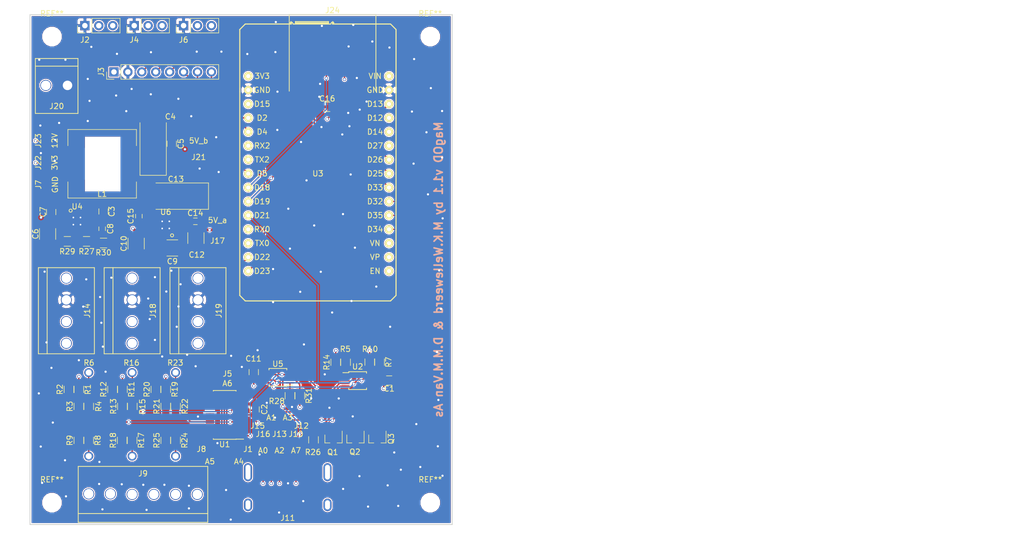
<source format=kicad_pcb>
(kicad_pcb (version 20171130) (host pcbnew "(5.0.0)")
  (layers (0 F.Cu signal) (1 In1.Cu signal) (2 In2.Cu signal) (31 B.Cu signal) (34 B.Paste user) (35 F.Paste user) (36 B.SilkS user) (37 F.SilkS user) (38 B.Mask user) (39 F.Mask user) (44 Edge.Cuts user))
  (net 0 "")
  (net 1 GND)
  (net 2 "Net-(R3-Pad1)")
  (net 3 "Net-(R13-Pad1)")
  (net 4 /SCL)
  (net 5 /SDA)
  (net 6 /Ain0)
  (net 7 /Ain1)
  (net 8 /Ain2)
  (net 9 /Ain3)
  (net 10 /3V3)
  (net 11 /A4)
  (net 12 /A5)
  (net 13 /A6)
  (net 14 /Ain7)
  (net 15 "Net-(R1-Pad2)")
  (net 16 "Net-(R17-Pad1)")
  (net 17 /I1_B)
  (net 18 /I1_A)
  (net 19 /I2_B)
  (net 20 /I2_A)
  (net 21 /I3_B)
  (net 22 /I3_A)
  (net 23 /I_sense1)
  (net 24 /I_sense3)
  (net 25 /I_sense2)
  (net 26 "Net-(C3-Pad1)")
  (net 27 "Net-(C3-Pad2)")
  (net 28 /5V_b)
  (net 29 /12V)
  (net 30 "Net-(C8-Pad1)")
  (net 31 /5V_a)
  (net 32 "Net-(C13-Pad1)")
  (net 33 "Net-(C15-Pad1)")
  (net 34 /PWM_X)
  (net 35 /DIR_X)
  (net 36 /PWM_Y)
  (net 37 /DIR_Y)
  (net 38 /PWM_Z)
  (net 39 /DIR_Z)
  (net 40 /SCK)
  (net 41 /MISO)
  (net 42 /MOSI)
  (net 43 /CS)
  (net 44 /RST)
  (net 45 /INT)
  (net 46 /LED_R)
  (net 47 /R)
  (net 48 /G)
  (net 49 /LED_G)
  (net 50 /LED_B)
  (net 51 /B)
  (net 52 "Net-(R5-Pad2)")
  (net 53 "Net-(R8-Pad1)")
  (net 54 "Net-(R11-Pad2)")
  (net 55 "Net-(R19-Pad2)")
  (net 56 "Net-(R21-Pad1)")
  (net 57 "Net-(R24-Pad1)")
  (net 58 /FB)
  (net 59 "Net-(R29-Pad1)")
  (net 60 "Net-(R31-Pad1)")
  (net 61 "Net-(C9-Pad2)")
  (net 62 "Net-(R28-Pad2)")
  (net 63 /CS2)
  (net 64 /Alert)
  (module HSOIC:HSOIC-8 (layer F.Cu) (at 92.75 90.35 180)
    (fp_text reference U6 (at 0 2.35 180) (layer F.SilkS))
    (fp_text value ADM7150)
    (pad 9 thru_hole circle (at -0.65 -0.65 180) (size 0.4 0.4) (drill 0.3) (layers *.Cu *.Mask) (net 1 GND))
    (pad 9 thru_hole circle (at -0.65 0.65 180) (size 0.4 0.4) (drill 0.3) (layers *.Cu *.Mask) (net 1 GND))
    (pad 9 thru_hole circle (at 0.65 0.65 180) (size 0.4 0.4) (drill 0.3) (layers *.Cu *.Mask) (net 1 GND))
    (pad 5 smd rect (at 2.7 1.905 180) (size 1.55 0.6) (layers F.Cu F.Paste F.Mask) (net 33 "Net-(C15-Pad1)"))
    (pad 6 smd rect (at 2.7 0.635 180) (size 1.55 0.6) (layers F.Cu F.Paste F.Mask) (net 33 "Net-(C15-Pad1)"))
    (pad 7 smd rect (at 2.7 -0.635 180) (size 1.55 0.6) (layers F.Cu F.Paste F.Mask) (net 29 /12V))
    (pad 8 smd rect (at 2.7 -1.905 180) (size 1.55 0.6) (layers F.Cu F.Paste F.Mask) (net 29 /12V))
    (pad 4 smd rect (at -2.7 1.905 180) (size 1.55 0.6) (layers F.Cu F.Paste F.Mask) (net 1 GND))
    (pad 3 smd rect (at -2.7 0.635 180) (size 1.55 0.6) (layers F.Cu F.Paste F.Mask) (net 32 "Net-(C13-Pad1)"))
    (pad 2 smd rect (at -2.7 -0.635 180) (size 1.55 0.6) (layers F.Cu F.Paste F.Mask) (net 31 /5V_a))
    (pad 1 smd rect (at -2.7 -1.905 180) (size 1.55 0.6) (layers F.Cu F.Paste F.Mask) (net 61 "Net-(C9-Pad2)"))
    (pad 9 smd rect (at 0 0 180) (size 2.6 3.1) (layers F.Cu F.Paste F.Mask) (net 1 GND))
    (pad 9 thru_hole circle (at 0.65 -0.65 180) (size 0.4 0.4) (drill 0.3) (layers *.Cu *.Mask) (net 1 GND))
  )
  (module HSOIC:HSOIC-8 (layer F.Cu) (at 76.55 89.65)
    (fp_text reference U4 (at 0.05 -2.65) (layer F.SilkS))
    (fp_text value LMR33630ADDA)
    (pad 9 thru_hole circle (at -0.65 -0.65) (size 0.4 0.4) (drill 0.3) (layers *.Cu *.Mask) (net 1 GND))
    (pad 9 thru_hole circle (at -0.65 0.65) (size 0.4 0.4) (drill 0.3) (layers *.Cu *.Mask) (net 1 GND))
    (pad 9 thru_hole circle (at 0.65 0.65) (size 0.4 0.4) (drill 0.3) (layers *.Cu *.Mask) (net 1 GND))
    (pad 5 smd rect (at 2.7 1.905) (size 1.55 0.6) (layers F.Cu F.Paste F.Mask) (net 58 /FB))
    (pad 6 smd rect (at 2.7 0.635) (size 1.55 0.6) (layers F.Cu F.Paste F.Mask) (net 30 "Net-(C8-Pad1)"))
    (pad 7 smd rect (at 2.7 -0.635) (size 1.55 0.6) (layers F.Cu F.Paste F.Mask) (net 27 "Net-(C3-Pad2)"))
    (pad 8 smd rect (at 2.7 -1.905) (size 1.55 0.6) (layers F.Cu F.Paste F.Mask) (net 26 "Net-(C3-Pad1)"))
    (pad 4 smd rect (at -2.7 1.905) (size 1.55 0.6) (layers F.Cu F.Paste F.Mask) (net 59 "Net-(R29-Pad1)"))
    (pad 3 smd rect (at -2.7 0.635) (size 1.55 0.6) (layers F.Cu F.Paste F.Mask) (net 29 /12V))
    (pad 2 smd rect (at -2.7 -0.635) (size 1.55 0.6) (layers F.Cu F.Paste F.Mask) (net 29 /12V))
    (pad 1 smd rect (at -2.7 -1.905) (size 1.55 0.6) (layers F.Cu F.Paste F.Mask) (net 1 GND))
    (pad 9 smd rect (at 0 0) (size 2.6 3.1) (layers F.Cu F.Paste F.Mask) (net 1 GND))
    (pad 9 thru_hole circle (at 0.65 -0.65) (size 0.4 0.4) (drill 0.3) (layers *.Cu *.Mask) (net 1 GND))
  )
  (module Capacitors_SMD:C_0805 (layer F.Cu) (at 122.2 68.825)
    (fp_text reference C16 (at 0 -1.5) (layer F.SilkS))
    (fp_text value C)
    (pad 1 smd rect (at -1 0) (size 1 1.25) (layers F.Cu F.Paste F.Mask) (net 1 GND))
    (pad 2 smd rect (at 1 0) (size 1 1.25) (layers F.Cu F.Paste F.Mask) (net 10 /3V3))
  )
  (module Connectors_Card:MicroSd_Wurth_693072010801 (layer F.Cu) (at 123.175 60.2)
    (fp_text reference J24 (at 0 -9) (layer F.SilkS))
    (fp_text value Micro_SD_Card)
    (pad 1 smd rect (at 3.275 1.55) (size 0.8 1.5) (layers F.Cu F.Paste F.Mask))
    (pad 2 smd rect (at 2.175 1.55) (size 0.8 1.5) (layers F.Cu F.Paste F.Mask) (net 63 /CS2))
    (pad 3 smd rect (at 1.075 1.55) (size 0.8 1.5) (layers F.Cu F.Paste F.Mask) (net 42 /MOSI))
    (pad 4 smd rect (at -0.025 1.55) (size 0.8 1.5) (layers F.Cu F.Paste F.Mask) (net 10 /3V3))
    (pad 5 smd rect (at -1.125 1.55) (size 0.8 1.5) (layers F.Cu F.Paste F.Mask) (net 40 /SCK))
    (pad 6 smd rect (at -2.225 1.55) (size 0.8 1.5) (layers F.Cu F.Paste F.Mask) (net 1 GND))
    (pad 7 smd rect (at -3.325 1.55) (size 0.8 1.5) (layers F.Cu F.Paste F.Mask) (net 41 /MISO))
    (pad 8 smd rect (at -4.425 1.55) (size 0.8 1.5) (layers F.Cu F.Paste F.Mask))
    (pad 9 smd rect (at 6.875 -4.15) (size 1.45 2) (layers F.Cu F.Paste F.Mask) (net 1 GND))
    (pad 9 smd rect (at 6.875 4.15) (size 1.45 2) (layers F.Cu F.Paste F.Mask) (net 1 GND))
    (pad 9 smd rect (at -6.875 -4.15) (size 1.45 2) (layers F.Cu F.Paste F.Mask) (net 1 GND))
    (pad 9 smd rect (at -6.875 4.15) (size 1.45 2) (layers F.Cu F.Paste F.Mask) (net 1 GND))
  )
  (module Bourns_inductor:ssr1260 (layer F.Cu) (at 81.15 79.2 180)
    (fp_text reference L1 (at 0 -5.5 180) (layer F.SilkS))
    (fp_text value 10u)
    (pad 2 smd rect (at 4.85 0 180) (size 2.9 5.4) (layers F.Cu F.Paste F.Mask) (net 26 "Net-(C3-Pad1)"))
    (pad 1 smd rect (at -4.85 0 180) (size 2.9 5.4) (layers F.Cu F.Paste F.Mask) (net 28 /5V_b))
  )
  (module Connectors_Molex_custom:KK396RPC171813_Straight_1x2 (layer F.Cu) (at 72.85 64.9)
    (fp_text reference J20 (at 0 3.8) (layer F.SilkS))
    (fp_text value Conn_01x02)
    (pad 1 thru_hole circle (at -1.98 0) (size 2 2) (drill 1.73) (layers *.Cu *.Mask) (net 29 /12V))
    (pad 2 thru_hole circle (at 1.98 0) (size 2 2) (drill 1.73) (layers *.Cu *.Mask) (net 1 GND))
  )
  (module "ESP-32:NodeMCU(ESP-32)" (layer F.Cu) (at 120.5 80.99 180)
    (fp_text reference U3 (at 0 0 180) (layer F.SilkS))
    (fp_text value "NodeMCU(ESP-32)")
    (fp_text user VIN (at -10.43 17.78 180) (layer F.SilkS))
    (fp_text user GND (at -10.43 15.24 180) (layer F.SilkS))
    (fp_text user D13 (at -10.43 12.7 180) (layer F.SilkS))
    (fp_text user D12 (at -10.43 10.16 180) (layer F.SilkS))
    (fp_text user D14 (at -10.43 7.62 180) (layer F.SilkS))
    (fp_text user D27 (at -10.43 5.08 180) (layer F.SilkS))
    (fp_text user D26 (at -10.43 2.54 180) (layer F.SilkS))
    (fp_text user D25 (at -10.43 0 180) (layer F.SilkS))
    (fp_text user D33 (at -10.43 -2.54 180) (layer F.SilkS))
    (fp_text user D32 (at -10.43 -5.08 180) (layer F.SilkS))
    (fp_text user D35 (at -10.43 -7.62 180) (layer F.SilkS))
    (fp_text user D34 (at -10.43 -10.16 180) (layer F.SilkS))
    (fp_text user VN (at -10.43 -12.7 180) (layer F.SilkS))
    (fp_text user VP (at -10.43 -15.24 180) (layer F.SilkS))
    (fp_text user EN (at -10.43 -17.78 180) (layer F.SilkS))
    (fp_text user 3V3 (at 10.16 17.78 180) (layer F.SilkS))
    (fp_text user GND (at 10.16 15.24 180) (layer F.SilkS))
    (fp_text user D15 (at 10.16 12.7 180) (layer F.SilkS))
    (fp_text user D2 (at 10.16 10.16 180) (layer F.SilkS))
    (fp_text user D4 (at 10.16 7.62 180) (layer F.SilkS))
    (fp_text user RX2 (at 10.16 5.08 180) (layer F.SilkS))
    (fp_text user TX2 (at 10.16 2.54 180) (layer F.SilkS))
    (fp_text user D5 (at 10.16 0 180) (layer F.SilkS))
    (fp_text user D18 (at 10.16 -2.54 180) (layer F.SilkS))
    (fp_text user D19 (at 10.16 -5.08 180) (layer F.SilkS))
    (fp_text user D21 (at 10.16 -7.62 180) (layer F.SilkS))
    (fp_text user RX0 (at 10.16 -10.16 180) (layer F.SilkS))
    (fp_text user TX0 (at 10.16 -12.7 180) (layer F.SilkS))
    (fp_text user D22 (at 10.16 -15.24 180) (layer F.SilkS))
    (fp_text user D23 (at 10.16 -17.78 180) (layer F.SilkS))
    (pad 1 thru_hole circle (at -12.97 -17.78 180) (size 1.524 1.524) (drill 0.762) (layers *.Cu *.Mask F.SilkS))
    (pad 2 thru_hole circle (at -12.97 -15.24 180) (size 1.524 1.524) (drill 0.762) (layers *.Cu *.Mask F.SilkS))
    (pad 3 thru_hole circle (at -12.97 -12.7 180) (size 1.524 1.524) (drill 0.762) (layers *.Cu *.Mask F.SilkS))
    (pad 4 thru_hole circle (at -12.97 -10.16 180) (size 1.524 1.524) (drill 0.762) (layers *.Cu *.Mask F.SilkS) (net 46 /LED_R))
    (pad 5 thru_hole circle (at -12.97 -7.62 180) (size 1.524 1.524) (drill 0.762) (layers *.Cu *.Mask F.SilkS) (net 49 /LED_G))
    (pad 6 thru_hole circle (at -12.97 -5.08 180) (size 1.524 1.524) (drill 0.762) (layers *.Cu *.Mask F.SilkS) (net 50 /LED_B))
    (pad 7 thru_hole circle (at -12.97 -2.54 180) (size 1.524 1.524) (drill 0.762) (layers *.Cu *.Mask F.SilkS) (net 34 /PWM_X))
    (pad 8 thru_hole circle (at -12.97 0 180) (size 1.524 1.524) (drill 0.762) (layers *.Cu *.Mask F.SilkS) (net 35 /DIR_X))
    (pad 9 thru_hole circle (at -12.97 2.54 180) (size 1.524 1.524) (drill 0.762) (layers *.Cu *.Mask F.SilkS) (net 36 /PWM_Y))
    (pad 10 thru_hole circle (at -12.97 5.08 180) (size 1.524 1.524) (drill 0.762) (layers *.Cu *.Mask F.SilkS) (net 37 /DIR_Y))
    (pad 11 thru_hole circle (at -12.97 7.62 180) (size 1.524 1.524) (drill 0.762) (layers *.Cu *.Mask F.SilkS) (net 38 /PWM_Z))
    (pad 12 thru_hole circle (at -12.97 10.16 180) (size 1.524 1.524) (drill 0.762) (layers *.Cu *.Mask F.SilkS) (net 39 /DIR_Z))
    (pad 13 thru_hole circle (at -12.97 12.7 180) (size 1.524 1.524) (drill 0.762) (layers *.Cu *.Mask F.SilkS) (net 64 /Alert))
    (pad 14 thru_hole circle (at -12.97 15.24 180) (size 1.524 1.524) (drill 0.762) (layers *.Cu *.Mask F.SilkS) (net 1 GND))
    (pad 15 thru_hole circle (at -12.97 17.78 180) (size 1.524 1.524) (drill 0.762) (layers *.Cu *.Mask F.SilkS) (net 28 /5V_b))
    (pad 16 thru_hole circle (at 12.7 17.78 180) (size 1.524 1.524) (drill 0.762) (layers *.Cu *.Mask F.SilkS) (net 10 /3V3))
    (pad 17 thru_hole circle (at 12.7 15.24 180) (size 1.524 1.524) (drill 0.762) (layers *.Cu *.Mask F.SilkS) (net 1 GND))
    (pad 18 thru_hole circle (at 12.7 12.7 180) (size 1.524 1.524) (drill 0.762) (layers *.Cu *.Mask F.SilkS) (net 63 /CS2))
    (pad 19 thru_hole circle (at 12.7 10.16 180) (size 1.524 1.524) (drill 0.762) (layers *.Cu *.Mask F.SilkS) (net 45 /INT))
    (pad 20 thru_hole circle (at 12.7 7.62 180) (size 1.524 1.524) (drill 0.762) (layers *.Cu *.Mask F.SilkS) (net 44 /RST))
    (pad 21 thru_hole circle (at 12.7 5.08 180) (size 1.524 1.524) (drill 0.762) (layers *.Cu *.Mask F.SilkS))
    (pad 22 thru_hole circle (at 12.7 2.54 180) (size 1.524 1.524) (drill 0.762) (layers *.Cu *.Mask F.SilkS))
    (pad 23 thru_hole circle (at 12.7 0 180) (size 1.524 1.524) (drill 0.762) (layers *.Cu *.Mask F.SilkS) (net 43 /CS))
    (pad 24 thru_hole circle (at 12.7 -2.54 180) (size 1.524 1.524) (drill 0.762) (layers *.Cu *.Mask F.SilkS) (net 40 /SCK))
    (pad 25 thru_hole circle (at 12.7 -5.08 180) (size 1.524 1.524) (drill 0.762) (layers *.Cu *.Mask F.SilkS) (net 41 /MISO))
    (pad 26 thru_hole circle (at 12.7 -7.62 180) (size 1.524 1.524) (drill 0.762) (layers *.Cu *.Mask F.SilkS) (net 5 /SDA))
    (pad 27 thru_hole circle (at 12.7 -10.16 180) (size 1.524 1.524) (drill 0.762) (layers *.Cu *.Mask F.SilkS))
    (pad 28 thru_hole circle (at 12.7 -12.7 180) (size 1.524 1.524) (drill 0.762) (layers *.Cu *.Mask F.SilkS))
    (pad 29 thru_hole circle (at 12.7 -15.24 180) (size 1.524 1.524) (drill 0.762) (layers *.Cu *.Mask F.SilkS) (net 4 /SCL))
    (pad 30 thru_hole circle (at 12.7 -17.78 180) (size 1.524 1.524) (drill 0.762) (layers *.Cu *.Mask F.SilkS) (net 42 /MOSI))
  )
  (module Connectors_Molex_custom:HDMI-RightAngle-47151-1051 (layer F.Cu) (at 115 145)
    (fp_text reference J11 (at 0 -1.2) (layer F.SilkS))
    (fp_text value Conn_01x19)
    (pad 19 smd rect (at 4.5 -10.31) (size 0.3 2.6) (layers F.Cu F.Paste F.Mask))
    (pad 18 smd rect (at 4 -10.31) (size 0.3 2.6) (layers F.Cu F.Paste F.Mask))
    (pad 17 smd rect (at 3.5 -10.31) (size 0.3 2.6) (layers F.Cu F.Paste F.Mask))
    (pad 16 smd rect (at 3 -10.31) (size 0.3 2.6) (layers F.Cu F.Paste F.Mask) (net 51 /B))
    (pad 15 smd rect (at 2.5 -10.31) (size 0.3 2.6) (layers F.Cu F.Paste F.Mask) (net 48 /G))
    (pad 14 smd rect (at 2 -10.31) (size 0.3 2.6) (layers F.Cu F.Paste F.Mask) (net 47 /R))
    (pad 13 smd rect (at 1.5 -10.31) (size 0.3 2.6) (layers F.Cu F.Paste F.Mask) (net 31 /5V_a))
    (pad 12 smd rect (at 1 -10.31) (size 0.3 2.6) (layers F.Cu F.Paste F.Mask) (net 14 /Ain7))
    (pad 11 smd rect (at 0.5 -10.31) (size 0.3 2.6) (layers F.Cu F.Paste F.Mask) (net 1 GND))
    (pad 1 smd rect (at -4.5 -10.31) (size 0.3 2.6) (layers F.Cu F.Paste F.Mask) (net 31 /5V_a))
    (pad 2 smd rect (at -4 -10.31) (size 0.3 2.6) (layers F.Cu F.Paste F.Mask) (net 1 GND))
    (pad 3 smd rect (at -3.5 -10.31) (size 0.3 2.6) (layers F.Cu F.Paste F.Mask) (net 6 /Ain0))
    (pad 4 smd rect (at -3 -10.31) (size 0.3 2.6) (layers F.Cu F.Paste F.Mask) (net 31 /5V_a))
    (pad 5 smd rect (at -2.5 -10.31) (size 0.3 2.6) (layers F.Cu F.Paste F.Mask) (net 1 GND))
    (pad 6 smd rect (at -2 -10.31) (size 0.3 2.6) (layers F.Cu F.Paste F.Mask) (net 7 /Ain1))
    (pad 7 smd rect (at -1.5 -10.31) (size 0.3 2.6) (layers F.Cu F.Paste F.Mask) (net 31 /5V_a))
    (pad 8 smd rect (at -1 -10.31) (size 0.3 2.6) (layers F.Cu F.Paste F.Mask) (net 1 GND))
    (pad 9 smd rect (at -0.5 -10.31) (size 0.3 2.6) (layers F.Cu F.Paste F.Mask) (net 8 /Ain2))
    (pad 10 smd rect (at 0 -10.31) (size 0.3 2.6) (layers F.Cu F.Paste F.Mask) (net 9 /Ain3))
    (pad e thru_hole oval (at 7.25 -3.59) (size 1.5 2.3) (drill oval 0.9 1.7) (layers *.Cu *.Mask))
    (pad e thru_hole oval (at -7.25 -3.59) (size 1.5 2.3) (drill oval 0.9 1.7) (layers *.Cu *.Mask))
    (pad e thru_hole oval (at 7.25 -9.55) (size 1.5 3.3) (drill oval 0.9 2.7) (layers *.Cu *.Mask))
    (pad e thru_hole oval (at -7.25 -9.55) (size 1.5 3.3) (drill oval 0.9 2.7) (layers *.Cu *.Mask))
  )
  (module MountingHole:MountingHole_3.2mm_M3 (layer F.Cu) (at 141 56)
    (fp_text reference REF** (at 0 -4.2) (layer F.SilkS))
    (fp_text value MountingHole_3.2mm_M3)
    (pad 1 np_thru_hole circle (at 0 0) (size 3.2 3.2) (drill 3.2) (layers *.Cu *.Mask))
  )
  (module MountingHole:MountingHole_3.2mm_M3 (layer F.Cu) (at 141 141)
    (fp_text reference REF** (at 0 -4.2) (layer F.SilkS))
    (fp_text value MountingHole_3.2mm_M3)
    (pad 1 np_thru_hole circle (at 0 0) (size 3.2 3.2) (drill 3.2) (layers *.Cu *.Mask))
  )
  (module MountingHole:MountingHole_3.2mm_M3 (layer F.Cu) (at 72 141)
    (fp_text reference REF** (at 0 -4.2) (layer F.SilkS))
    (fp_text value MountingHole_3.2mm_M3)
    (pad 1 np_thru_hole circle (at 0 0) (size 3.2 3.2) (drill 3.2) (layers *.Cu *.Mask))
  )
  (module Capacitors_SMD:C_0805 (layer F.Cu) (at 108.95 124 270)
    (fp_text reference C2 (at 0 -1.8 270) (layer F.SilkS))
    (fp_text value C)
    (pad 2 smd rect (at 1 0 270) (size 1 1.25) (layers F.Cu F.Paste F.Mask) (net 10 /3V3))
    (pad 1 smd rect (at -1 0 270) (size 1 1.25) (layers F.Cu F.Paste F.Mask) (net 1 GND))
  )
  (module Connectors_Molex_custom:KK41791_straight1x6 (layer F.Cu) (at 88.6 139.5 180)
    (fp_text reference J9 (at 0 3.8 180) (layer F.SilkS))
    (fp_text value Conn_01x06)
    (pad 6 thru_hole circle (at 9.9 0.1 180) (size 2 2) (drill 1.73) (layers *.Cu *.Mask) (net 23 /I_sense1))
    (pad 2 thru_hole circle (at -5.94 0 180) (size 2 2) (drill 1.7) (layers *.Cu *.Mask) (net 24 /I_sense3))
    (pad 1 thru_hole circle (at -9.9 0 180) (size 2 2) (drill 1.7) (layers *.Cu *.Mask) (net 21 /I3_B))
    (pad 3 thru_hole circle (at -1.98 0 180) (size 2 2) (drill 1.7) (layers *.Cu *.Mask) (net 19 /I2_B))
    (pad 4 thru_hole circle (at 1.98 0 180) (size 2 2) (drill 1.73) (layers *.Cu *.Mask) (net 25 /I_sense2))
    (pad 5 thru_hole circle (at 5.94 0.1 180) (size 2 2) (drill 1.73) (layers *.Cu *.Mask) (net 17 /I1_B))
  )
  (module Pin_Headers:Pin_Header_Straight_1x08_Pitch2.54mm (layer F.Cu) (at 83.3 62.45 90)
    (fp_text reference J3 (at 0 -2.33 90) (layer F.SilkS))
    (fp_text value Conn_01x08)
    (pad 8 thru_hole oval (at 0 17.78 90) (size 1.7 1.7) (drill 1) (layers *.Cu *.Mask) (net 45 /INT))
    (pad 7 thru_hole oval (at 0 15.24 90) (size 1.7 1.7) (drill 1) (layers *.Cu *.Mask) (net 44 /RST))
    (pad 6 thru_hole oval (at 0 12.7 90) (size 1.7 1.7) (drill 1) (layers *.Cu *.Mask) (net 43 /CS))
    (pad 5 thru_hole oval (at 0 10.16 90) (size 1.7 1.7) (drill 1) (layers *.Cu *.Mask) (net 40 /SCK))
    (pad 4 thru_hole oval (at 0 7.62 90) (size 1.7 1.7) (drill 1) (layers *.Cu *.Mask) (net 41 /MISO))
    (pad 3 thru_hole oval (at 0 5.08 90) (size 1.7 1.7) (drill 1) (layers *.Cu *.Mask) (net 42 /MOSI))
    (pad 2 thru_hole oval (at 0 2.54 90) (size 1.7 1.7) (drill 1) (layers *.Cu *.Mask) (net 1 GND))
    (pad 1 thru_hole rect (at 0 0 90) (size 1.7 1.7) (drill 1) (layers *.Cu *.Mask) (net 28 /5V_b))
  )
  (module Resistors_SMD:R_0805 (layer F.Cu) (at 84.85 123.45 90)
    (fp_text reference R13 (at 0 -1.65 90) (layer F.SilkS))
    (fp_text value 33k)
    (pad 2 smd rect (at 0.95 0 90) (size 0.7 1.3) (layers F.Cu F.Paste F.Mask) (net 54 "Net-(R11-Pad2)"))
    (pad 1 smd rect (at -0.95 0 90) (size 0.7 1.3) (layers F.Cu F.Paste F.Mask) (net 3 "Net-(R13-Pad1)"))
  )
  (module Resistors_SMD:R_0805 (layer F.Cu) (at 83.05 120.35 90)
    (fp_text reference R12 (at 0 -1.65 90) (layer F.SilkS))
    (fp_text value 800)
    (pad 2 smd rect (at 0.95 0 90) (size 0.7 1.3) (layers F.Cu F.Paste F.Mask) (net 1 GND))
    (pad 1 smd rect (at -0.95 0 90) (size 0.7 1.3) (layers F.Cu F.Paste F.Mask) (net 54 "Net-(R11-Pad2)"))
  )
  (module CurrentSenseResistor:OAR3 (layer F.Cu) (at 78.7 124.9 90)
    (fp_text reference R6 (at 9.4 0.05 180) (layer F.SilkS))
    (fp_text value 0.05)
    (pad 1 thru_hole circle (at -7.62 0 90) (size 1.65 1.65) (drill 1.1) (layers *.Cu *.Mask) (net 23 /I_sense1))
    (pad 2 thru_hole circle (at 7.62 0 90) (size 1.65 1.65) (drill 1.1) (layers *.Cu *.Mask) (net 18 /I1_A))
  )
  (module Capacitors_SMD:C_0805 (layer F.Cu) (at 133.5 118.725 180)
    (fp_text reference C1 (at 0 -1.5 180) (layer F.SilkS))
    (fp_text value C)
    (pad 2 smd rect (at 1 0 180) (size 1 1.25) (layers F.Cu F.Paste F.Mask) (net 10 /3V3))
    (pad 1 smd rect (at -1 0 180) (size 1 1.25) (layers F.Cu F.Paste F.Mask) (net 1 GND))
  )
  (module Capacitors_SMD:C_0805 (layer F.Cu) (at 71.85 88 90)
    (fp_text reference C7 (at 0 -1.5 90) (layer F.SilkS))
    (fp_text value 220n)
    (pad 2 smd rect (at 1 0 90) (size 1 1.25) (layers F.Cu F.Paste F.Mask) (net 1 GND))
    (pad 1 smd rect (at -1 0 90) (size 1 1.25) (layers F.Cu F.Paste F.Mask) (net 29 /12V))
  )
  (module Resistors_SMD:R_0805 (layer F.Cu) (at 94.54 123.45 90)
    (fp_text reference R22 (at 0 1.71 90) (layer F.SilkS))
    (fp_text value 3.3k)
    (pad 2 smd rect (at 0.95 0 90) (size 0.7 1.3) (layers F.Cu F.Paste F.Mask) (net 22 /I3_A))
    (pad 1 smd rect (at -0.95 0 90) (size 0.7 1.3) (layers F.Cu F.Paste F.Mask) (net 56 "Net-(R21-Pad1)"))
  )
  (module Resistors_SMD:R_0805 (layer F.Cu) (at 94.54 129.65 270)
    (fp_text reference R24 (at 0 -1.65 270) (layer F.SilkS))
    (fp_text value 3.3k)
    (pad 2 smd rect (at 0.95 0 270) (size 0.7 1.3) (layers F.Cu F.Paste F.Mask) (net 24 /I_sense3))
    (pad 1 smd rect (at -0.95 0 270) (size 0.7 1.3) (layers F.Cu F.Paste F.Mask) (net 57 "Net-(R24-Pad1)"))
  )
  (module Resistors_SMD:R_0805 (layer F.Cu) (at 92.75 129.65 90)
    (fp_text reference R25 (at 0 -1.65 90) (layer F.SilkS))
    (fp_text value 33k)
    (pad 2 smd rect (at 0.95 0 90) (size 0.7 1.3) (layers F.Cu F.Paste F.Mask) (net 57 "Net-(R24-Pad1)"))
    (pad 1 smd rect (at -0.95 0 90) (size 0.7 1.3) (layers F.Cu F.Paste F.Mask) (net 12 /A5))
  )
  (module Pin_Headers:Pin_Header_Straight_1x03_Pitch2.54mm (layer F.Cu) (at 78 54 90)
    (fp_text reference J2 (at -2.6 0 180) (layer F.SilkS))
    (fp_text value Conn_01x03)
    (pad 3 thru_hole oval (at 0 5.08 90) (size 1.7 1.7) (drill 1) (layers *.Cu *.Mask) (net 35 /DIR_X))
    (pad 2 thru_hole oval (at 0 2.54 90) (size 1.7 1.7) (drill 1) (layers *.Cu *.Mask) (net 34 /PWM_X))
    (pad 1 thru_hole rect (at 0 0 90) (size 1.7 1.7) (drill 1) (layers *.Cu *.Mask) (net 1 GND))
  )
  (module Resistors_SMD:R_0805 (layer F.Cu) (at 74.8 93.35)
    (fp_text reference R29 (at 0 1.85) (layer F.SilkS))
    (fp_text value 100k)
    (pad 2 smd rect (at 0.95 0) (size 0.7 1.3) (layers F.Cu F.Paste F.Mask) (net 28 /5V_b))
    (pad 1 smd rect (at -0.95 0) (size 0.7 1.3) (layers F.Cu F.Paste F.Mask) (net 59 "Net-(R29-Pad1)"))
  )
  (module Housings_SSOP_custom:VSSOP-10_3.1x3.1mm_Pitch0.5mm (layer F.Cu) (at 127.75 118.75)
    (fp_text reference U2 (at 0 -2.55) (layer F.SilkS))
    (fp_text value ADS1115)
    (pad 10 smd rect (at 2.2 -1) (size 1.45 0.3) (layers F.Cu F.Paste F.Mask) (net 4 /SCL))
    (pad 9 smd rect (at 2.2 -0.5) (size 1.45 0.3) (layers F.Cu F.Paste F.Mask) (net 5 /SDA))
    (pad 8 smd rect (at 2.2 0) (size 1.45 0.3) (layers F.Cu F.Paste F.Mask) (net 10 /3V3))
    (pad 7 smd rect (at 2.2 0.5) (size 1.45 0.3) (layers F.Cu F.Paste F.Mask) (net 9 /Ain3))
    (pad 6 smd rect (at 2.2 1) (size 1.45 0.3) (layers F.Cu F.Paste F.Mask) (net 8 /Ain2))
    (pad 5 smd rect (at -2.2 1) (size 1.45 0.3) (layers F.Cu F.Paste F.Mask) (net 7 /Ain1))
    (pad 4 smd rect (at -2.2 0.5) (size 1.45 0.3) (layers F.Cu F.Paste F.Mask) (net 6 /Ain0))
    (pad 3 smd rect (at -2.2 0) (size 1.45 0.3) (layers F.Cu F.Paste F.Mask) (net 1 GND))
    (pad 2 smd rect (at -2.2 -0.5) (size 1.45 0.3) (layers F.Cu F.Paste F.Mask) (net 64 /Alert))
    (pad 1 smd rect (at -2.2 -1) (size 1.45 0.3) (layers F.Cu F.Paste F.Mask) (net 52 "Net-(R5-Pad2)"))
  )
  (module TestPoint_custom:TestPoint-Harwin-S2761-46R (layer F.Cu) (at 113.5 130 270)
    (fp_text reference J13 (at -1.5 0 180) (layer F.SilkS))
    (fp_text value A2 (at 1.5 0) (layer F.SilkS))
    (pad 1 smd rect (at 0 0 270) (size 1 1.8) (layers F.Cu F.Paste F.Mask) (net 8 /Ain2))
  )
  (module Package_SO:SOIC-14_3.9x8.7mm_P1.27mm (layer F.Cu) (at 103.5 125 180)
    (fp_text reference U1 (at 0 -5.375 180) (layer F.SilkS))
    (fp_text value Opamp_Quad_Generic)
    (pad 14 smd rect (at 2.7 -3.81 180) (size 1.5 0.6) (layers F.Cu F.Paste F.Mask) (net 12 /A5))
    (pad 13 smd rect (at 2.7 -2.54 180) (size 1.5 0.6) (layers F.Cu F.Paste F.Mask) (net 57 "Net-(R24-Pad1)"))
    (pad 12 smd rect (at 2.7 -1.27 180) (size 1.5 0.6) (layers F.Cu F.Paste F.Mask) (net 56 "Net-(R21-Pad1)"))
    (pad 11 smd rect (at 2.7 0 180) (size 1.5 0.6) (layers F.Cu F.Paste F.Mask) (net 1 GND))
    (pad 10 smd rect (at 2.7 1.27 180) (size 1.5 0.6) (layers F.Cu F.Paste F.Mask))
    (pad 9 smd rect (at 2.7 2.54 180) (size 1.5 0.6) (layers F.Cu F.Paste F.Mask))
    (pad 8 smd rect (at 2.7 3.81 180) (size 1.5 0.6) (layers F.Cu F.Paste F.Mask))
    (pad 7 smd rect (at -2.7 3.81 180) (size 1.5 0.6) (layers F.Cu F.Paste F.Mask) (net 13 /A6))
    (pad 6 smd rect (at -2.7 2.54 180) (size 1.5 0.6) (layers F.Cu F.Paste F.Mask) (net 16 "Net-(R17-Pad1)"))
    (pad 5 smd rect (at -2.7 1.27 180) (size 1.5 0.6) (layers F.Cu F.Paste F.Mask) (net 3 "Net-(R13-Pad1)"))
    (pad 4 smd rect (at -2.7 0 180) (size 1.5 0.6) (layers F.Cu F.Paste F.Mask) (net 10 /3V3))
    (pad 3 smd rect (at -2.7 -1.27 180) (size 1.5 0.6) (layers F.Cu F.Paste F.Mask) (net 2 "Net-(R3-Pad1)"))
    (pad 2 smd rect (at -2.7 -2.54 180) (size 1.5 0.6) (layers F.Cu F.Paste F.Mask) (net 53 "Net-(R8-Pad1)"))
    (pad 1 smd rect (at -2.7 -3.81 180) (size 1.5 0.6) (layers F.Cu F.Paste F.Mask) (net 11 /A4))
  )
  (module Resistors_SMD:R_0805 (layer F.Cu) (at 76.9 120.35 270)
    (fp_text reference R1 (at 0 -1.65 270) (layer F.SilkS))
    (fp_text value 800)
    (pad 2 smd rect (at 0.95 0 270) (size 0.7 1.3) (layers F.Cu F.Paste F.Mask) (net 15 "Net-(R1-Pad2)"))
    (pad 1 smd rect (at -0.95 0 270) (size 0.7 1.3) (layers F.Cu F.Paste F.Mask) (net 10 /3V3))
  )
  (module Resistors_SMD:R_0805 (layer F.Cu) (at 75.1 120.35 90)
    (fp_text reference R2 (at 0 -1.65 90) (layer F.SilkS))
    (fp_text value 800)
    (pad 2 smd rect (at 0.95 0 90) (size 0.7 1.3) (layers F.Cu F.Paste F.Mask) (net 1 GND))
    (pad 1 smd rect (at -0.95 0 90) (size 0.7 1.3) (layers F.Cu F.Paste F.Mask) (net 15 "Net-(R1-Pad2)"))
  )
  (module Resistors_SMD:R_0805 (layer F.Cu) (at 76.9 123.45 90)
    (fp_text reference R3 (at 0 -1.65 90) (layer F.SilkS))
    (fp_text value 33k)
    (pad 2 smd rect (at 0.95 0 90) (size 0.7 1.3) (layers F.Cu F.Paste F.Mask) (net 15 "Net-(R1-Pad2)"))
    (pad 1 smd rect (at -0.95 0 90) (size 0.7 1.3) (layers F.Cu F.Paste F.Mask) (net 2 "Net-(R3-Pad1)"))
  )
  (module Resistors_SMD:R_0805 (layer F.Cu) (at 78.7 123.45 90)
    (fp_text reference R4 (at 0 1.8 90) (layer F.SilkS))
    (fp_text value 3.3k)
    (pad 2 smd rect (at 0.95 0 90) (size 0.7 1.3) (layers F.Cu F.Paste F.Mask) (net 18 /I1_A))
    (pad 1 smd rect (at -0.95 0 90) (size 0.7 1.3) (layers F.Cu F.Paste F.Mask) (net 2 "Net-(R3-Pad1)"))
  )
  (module Resistors_SMD:R_0805 (layer F.Cu) (at 78.7 129.65 270)
    (fp_text reference R8 (at 0 -1.65 270) (layer F.SilkS))
    (fp_text value 3.3k)
    (pad 2 smd rect (at 0.95 0 270) (size 0.7 1.3) (layers F.Cu F.Paste F.Mask) (net 23 /I_sense1))
    (pad 1 smd rect (at -0.95 0 270) (size 0.7 1.3) (layers F.Cu F.Paste F.Mask) (net 53 "Net-(R8-Pad1)"))
  )
  (module Resistors_SMD:R_0805 (layer F.Cu) (at 76.9 129.65 90)
    (fp_text reference R9 (at 0 -1.65 90) (layer F.SilkS))
    (fp_text value 33k)
    (pad 2 smd rect (at 0.95 0 90) (size 0.7 1.3) (layers F.Cu F.Paste F.Mask) (net 53 "Net-(R8-Pad1)"))
    (pad 1 smd rect (at -0.95 0 90) (size 0.7 1.3) (layers F.Cu F.Paste F.Mask) (net 11 /A4))
  )
  (module Resistors_SMD:R_0805 (layer F.Cu) (at 129.95 115.375 90)
    (fp_text reference R10 (at 2.375 0.05 180) (layer F.SilkS))
    (fp_text value R)
    (pad 2 smd rect (at 0.95 0 90) (size 0.7 1.3) (layers F.Cu F.Paste F.Mask) (net 10 /3V3))
    (pad 1 smd rect (at -0.95 0 90) (size 0.7 1.3) (layers F.Cu F.Paste F.Mask) (net 4 /SCL))
  )
  (module Resistors_SMD:R_0805 (layer F.Cu) (at 84.85 120.35 270)
    (fp_text reference R11 (at 0 -1.65 270) (layer F.SilkS))
    (fp_text value 800)
    (pad 2 smd rect (at 0.95 0 270) (size 0.7 1.3) (layers F.Cu F.Paste F.Mask) (net 54 "Net-(R11-Pad2)"))
    (pad 1 smd rect (at -0.95 0 270) (size 0.7 1.3) (layers F.Cu F.Paste F.Mask) (net 10 /3V3))
  )
  (module Resistors_SMD:R_0805 (layer F.Cu) (at 123.75 115.4 90)
    (fp_text reference R14 (at 0 -1.65 90) (layer F.SilkS))
    (fp_text value R)
    (pad 2 smd rect (at 0.95 0 90) (size 0.7 1.3) (layers F.Cu F.Paste F.Mask) (net 10 /3V3))
    (pad 1 smd rect (at -0.95 0 90) (size 0.7 1.3) (layers F.Cu F.Paste F.Mask) (net 64 /Alert))
  )
  (module Resistors_SMD:R_0805 (layer F.Cu) (at 86.65 123.45 90)
    (fp_text reference R15 (at -0.05 1.85 90) (layer F.SilkS))
    (fp_text value 3.3k)
    (pad 2 smd rect (at 0.95 0 90) (size 0.7 1.3) (layers F.Cu F.Paste F.Mask) (net 20 /I2_A))
    (pad 1 smd rect (at -0.95 0 90) (size 0.7 1.3) (layers F.Cu F.Paste F.Mask) (net 3 "Net-(R13-Pad1)"))
  )
  (module Resistors_SMD:R_0805 (layer F.Cu) (at 86.62 129.65 270)
    (fp_text reference R17 (at 0 -1.65 270) (layer F.SilkS))
    (fp_text value 3.3k)
    (pad 2 smd rect (at 0.95 0 270) (size 0.7 1.3) (layers F.Cu F.Paste F.Mask) (net 25 /I_sense2))
    (pad 1 smd rect (at -0.95 0 270) (size 0.7 1.3) (layers F.Cu F.Paste F.Mask) (net 16 "Net-(R17-Pad1)"))
  )
  (module Resistors_SMD:R_0805 (layer F.Cu) (at 84.8 129.65 90)
    (fp_text reference R18 (at 0 -1.65 90) (layer F.SilkS))
    (fp_text value 33k)
    (pad 2 smd rect (at 0.95 0 90) (size 0.7 1.3) (layers F.Cu F.Paste F.Mask) (net 16 "Net-(R17-Pad1)"))
    (pad 1 smd rect (at -0.95 0 90) (size 0.7 1.3) (layers F.Cu F.Paste F.Mask) (net 13 /A6))
  )
  (module Resistors_SMD:R_0805 (layer F.Cu) (at 90.95 120.35 90)
    (fp_text reference R20 (at 0 -1.65 90) (layer F.SilkS))
    (fp_text value 800)
    (pad 2 smd rect (at 0.95 0 90) (size 0.7 1.3) (layers F.Cu F.Paste F.Mask) (net 1 GND))
    (pad 1 smd rect (at -0.95 0 90) (size 0.7 1.3) (layers F.Cu F.Paste F.Mask) (net 55 "Net-(R19-Pad2)"))
  )
  (module Resistors_SMD:R_0805 (layer F.Cu) (at 92.75 123.45 90)
    (fp_text reference R21 (at 0 -1.65 90) (layer F.SilkS))
    (fp_text value 33k)
    (pad 2 smd rect (at 0.95 0 90) (size 0.7 1.3) (layers F.Cu F.Paste F.Mask) (net 55 "Net-(R19-Pad2)"))
    (pad 1 smd rect (at -0.95 0 90) (size 0.7 1.3) (layers F.Cu F.Paste F.Mask) (net 56 "Net-(R21-Pad1)"))
  )
  (module Capacitors_SMD:C_0805 (layer F.Cu) (at 81.4 87.9 270)
    (fp_text reference C3 (at 0 -1.5 270) (layer F.SilkS))
    (fp_text value 100n)
    (pad 2 smd rect (at 1 0 270) (size 1 1.25) (layers F.Cu F.Paste F.Mask) (net 27 "Net-(C3-Pad2)"))
    (pad 1 smd rect (at -1 0 270) (size 1 1.25) (layers F.Cu F.Paste F.Mask) (net 26 "Net-(C3-Pad1)"))
  )
  (module Capacitors_Tantalum_SMD:CP_Tantalum_Case-D_EIA-7343-31_Hand (layer F.Cu) (at 90.45 75.35 90)
    (fp_text reference C4 (at 4.75 3.15 180) (layer F.SilkS))
    (fp_text value 68u)
    (pad 2 smd rect (at 3.775 0 90) (size 3.75 2.7) (layers F.Cu F.Paste F.Mask) (net 1 GND))
    (pad 1 smd rect (at -3.775 0 90) (size 3.75 2.7) (layers F.Cu F.Paste F.Mask) (net 28 /5V_b))
  )
  (module Capacitors_SMD:C_0805 (layer F.Cu) (at 93.85 75.55 90)
    (fp_text reference C5 (at 0 1.65 90) (layer F.SilkS))
    (fp_text value 1u)
    (pad 2 smd rect (at 1 0 90) (size 1 1.25) (layers F.Cu F.Paste F.Mask) (net 1 GND))
    (pad 1 smd rect (at -1 0 90) (size 1 1.25) (layers F.Cu F.Paste F.Mask) (net 28 /5V_b))
  )
  (module Capacitors_SMD:C_1210 (layer F.Cu) (at 71.2 92 270)
    (fp_text reference C6 (at 0 2.2 270) (layer F.SilkS))
    (fp_text value 10u)
    (pad 2 smd rect (at 1.5 0 270) (size 1 2.5) (layers F.Cu F.Paste F.Mask) (net 1 GND))
    (pad 1 smd rect (at -1.5 0 270) (size 1 2.5) (layers F.Cu F.Paste F.Mask) (net 29 /12V))
  )
  (module Capacitors_SMD:C_1210 (layer F.Cu) (at 87.35 93.75 90)
    (fp_text reference C10 (at 0 -2.25 90) (layer F.SilkS))
    (fp_text value 10u)
    (pad 2 smd rect (at 1.5 0 90) (size 1 2.5) (layers F.Cu F.Paste F.Mask) (net 29 /12V))
    (pad 1 smd rect (at -1.5 0 90) (size 1 2.5) (layers F.Cu F.Paste F.Mask) (net 1 GND))
  )
  (module Capacitors_SMD:C_1210 (layer F.Cu) (at 98.25 92.75 90)
    (fp_text reference C12 (at -3.05 0.15 180) (layer F.SilkS))
    (fp_text value 10u)
    (pad 2 smd rect (at 1.5 0 90) (size 1 2.5) (layers F.Cu F.Paste F.Mask) (net 31 /5V_a))
    (pad 1 smd rect (at -1.5 0 90) (size 1 2.5) (layers F.Cu F.Paste F.Mask) (net 1 GND))
  )
  (module Capacitors_Tantalum_SMD:CP_Tantalum_Case-D_EIA-7343-31_Hand (layer F.Cu) (at 94.6 85.1 180)
    (fp_text reference C13 (at 0 3.1 180) (layer F.SilkS))
    (fp_text value 68u)
    (pad 2 smd rect (at 3.775 0 180) (size 3.75 2.7) (layers F.Cu F.Paste F.Mask) (net 1 GND))
    (pad 1 smd rect (at -3.775 0 180) (size 3.75 2.7) (layers F.Cu F.Paste F.Mask) (net 32 "Net-(C13-Pad1)"))
  )
  (module Capacitors_SMD:C_0603 (layer F.Cu) (at 98.15 89.7)
    (fp_text reference C14 (at 0 -1.5) (layer F.SilkS))
    (fp_text value 1u)
    (pad 1 smd rect (at -0.75 0) (size 0.8 0.75) (layers F.Cu F.Paste F.Mask) (net 32 "Net-(C13-Pad1)"))
    (pad 2 smd rect (at 0.75 0) (size 0.8 0.75) (layers F.Cu F.Paste F.Mask) (net 1 GND))
  )
  (module Capacitors_SMD:C_0603 (layer F.Cu) (at 87.85 88.75 90)
    (fp_text reference C15 (at 0 -1.5 90) (layer F.SilkS))
    (fp_text value 1u)
    (pad 1 smd rect (at -0.75 0 90) (size 0.8 0.75) (layers F.Cu F.Paste F.Mask) (net 33 "Net-(C15-Pad1)"))
    (pad 2 smd rect (at 0.75 0 90) (size 0.8 0.75) (layers F.Cu F.Paste F.Mask) (net 1 GND))
  )
  (module TO_SOT_Packages_SMD:SOT-23 (layer F.Cu) (at 123.35 129.35 270)
    (fp_text reference Q1 (at 2.45 0.15) (layer F.SilkS))
    (fp_text value Q_NMOS_GSD)
    (pad 3 smd rect (at 1 0 270) (size 0.9 0.8) (layers F.Cu F.Paste F.Mask) (net 47 /R))
    (pad 2 smd rect (at -1 0.95 270) (size 0.9 0.8) (layers F.Cu F.Paste F.Mask) (net 1 GND))
    (pad 1 smd rect (at -1 -0.95 270) (size 0.9 0.8) (layers F.Cu F.Paste F.Mask) (net 46 /LED_R))
  )
  (module TO_SOT_Packages_SMD:SOT-23 (layer F.Cu) (at 127.35 129.35 270)
    (fp_text reference Q2 (at 2.4 0.1) (layer F.SilkS))
    (fp_text value Q_NMOS_GSD)
    (pad 3 smd rect (at 1 0 270) (size 0.9 0.8) (layers F.Cu F.Paste F.Mask) (net 48 /G))
    (pad 2 smd rect (at -1 0.95 270) (size 0.9 0.8) (layers F.Cu F.Paste F.Mask) (net 1 GND))
    (pad 1 smd rect (at -1 -0.95 270) (size 0.9 0.8) (layers F.Cu F.Paste F.Mask) (net 49 /LED_G))
  )
  (module TO_SOT_Packages_SMD:SOT-23 (layer F.Cu) (at 131.35 129.35 270)
    (fp_text reference Q3 (at 0 -2.5 270) (layer F.SilkS))
    (fp_text value Q_NMOS_GSD)
    (pad 3 smd rect (at 1 0 270) (size 0.9 0.8) (layers F.Cu F.Paste F.Mask) (net 51 /B))
    (pad 2 smd rect (at -1 0.95 270) (size 0.9 0.8) (layers F.Cu F.Paste F.Mask) (net 1 GND))
    (pad 1 smd rect (at -1 -0.95 270) (size 0.9 0.8) (layers F.Cu F.Paste F.Mask) (net 50 /LED_B))
  )
  (module Resistors_SMD:R_0805 (layer F.Cu) (at 119.7 129.55 270)
    (fp_text reference R26 (at 2.25 0.1) (layer F.SilkS))
    (fp_text value R)
    (pad 2 smd rect (at 0.95 0 270) (size 0.7 1.3) (layers F.Cu F.Paste F.Mask) (net 1 GND))
    (pad 1 smd rect (at -0.95 0 270) (size 0.7 1.3) (layers F.Cu F.Paste F.Mask) (net 14 /Ain7))
  )
  (module Resistors_SMD:R_0805 (layer F.Cu) (at 78.3 93.35)
    (fp_text reference R27 (at 0 1.85) (layer F.SilkS))
    (fp_text value 100k)
    (pad 2 smd rect (at 0.95 0) (size 0.7 1.3) (layers F.Cu F.Paste F.Mask) (net 58 /FB))
    (pad 1 smd rect (at -0.95 0) (size 0.7 1.3) (layers F.Cu F.Paste F.Mask) (net 28 /5V_b))
  )
  (module Resistors_SMD:R_0805 (layer F.Cu) (at 115.4 121.5 90)
    (fp_text reference R28 (at -1 -2.4 180) (layer F.SilkS))
    (fp_text value R)
    (pad 2 smd rect (at 0.95 0 90) (size 0.7 1.3) (layers F.Cu F.Paste F.Mask) (net 62 "Net-(R28-Pad2)"))
    (pad 1 smd rect (at -0.95 0 90) (size 0.7 1.3) (layers F.Cu F.Paste F.Mask) (net 10 /3V3))
  )
  (module Resistors_SMD:R_0805 (layer F.Cu) (at 81.4 93.65)
    (fp_text reference R30 (at 0 1.75) (layer F.SilkS))
    (fp_text value 24.9k)
    (pad 2 smd rect (at 0.95 0) (size 0.7 1.3) (layers F.Cu F.Paste F.Mask) (net 1 GND))
    (pad 1 smd rect (at -0.95 0) (size 0.7 1.3) (layers F.Cu F.Paste F.Mask) (net 58 /FB))
  )
  (module Resistors_SMD:R_0805 (layer F.Cu) (at 117.2 121.5 270)
    (fp_text reference R31 (at 0 -1.65 270) (layer F.SilkS))
    (fp_text value R)
    (pad 2 smd rect (at 0.95 0 270) (size 0.7 1.3) (layers F.Cu F.Paste F.Mask) (net 10 /3V3))
    (pad 1 smd rect (at -0.95 0 270) (size 0.7 1.3) (layers F.Cu F.Paste F.Mask) (net 60 "Net-(R31-Pad1)"))
  )
  (module Capacitors_SMD:C_0603 (layer F.Cu) (at 81.15 91.05 270)
    (fp_text reference C8 (at 0 -1.5 270) (layer F.SilkS))
    (fp_text value 1u)
    (pad 1 smd rect (at -0.75 0 270) (size 0.8 0.75) (layers F.Cu F.Paste F.Mask) (net 30 "Net-(C8-Pad1)"))
    (pad 2 smd rect (at 0.75 0 270) (size 0.8 0.75) (layers F.Cu F.Paste F.Mask) (net 1 GND))
  )
  (module TestPoint_custom:TestPoint-Harwin-S2761-46R (layer F.Cu) (at 106.1 131.65 180)
    (fp_text reference J1 (at -1.65 0.4 180) (layer F.SilkS))
    (fp_text value A4 (at 0 -1.85 180) (layer F.SilkS))
    (pad 1 smd rect (at 0 0 180) (size 1 1.8) (layers F.Cu F.Paste F.Mask) (net 11 /A4))
  )
  (module TestPoint_custom:TestPoint-Harwin-S2761-46R (layer F.Cu) (at 116.5 130 270)
    (fp_text reference J10 (at -1.5 0) (layer F.SilkS))
    (fp_text value A7 (at 1.5 0) (layer F.SilkS))
    (pad 1 smd rect (at 0 0 270) (size 1 1.8) (layers F.Cu F.Paste F.Mask) (net 14 /Ain7))
  )
  (module TestPoint_custom:TestPoint-Harwin-S2761-46R (layer F.Cu) (at 115 127 90)
    (fp_text reference J12 (at 0 2.5 180) (layer F.SilkS))
    (fp_text value A3 (at 1.5 0 180) (layer F.SilkS))
    (pad 1 smd rect (at 0 0 90) (size 1 1.8) (layers F.Cu F.Paste F.Mask) (net 9 /Ain3))
  )
  (module Connectors_Molex_custom:KK41791_straight1x4 (layer F.Cu) (at 74.62 106 90)
    (fp_text reference J14 (at 0 3.8 90) (layer F.SilkS))
    (fp_text value Conn_01x04)
    (pad 2 thru_hole circle (at -1.98 0 90) (size 2 2) (drill 1.7) (layers *.Cu *.Mask) (net 18 /I1_A))
    (pad 1 thru_hole circle (at -5.94 0 90) (size 2 2) (drill 1.7) (layers *.Cu *.Mask) (net 17 /I1_B))
    (pad 3 thru_hole circle (at 1.98 0 90) (size 2 2) (drill 1.7) (layers *.Cu *.Mask) (net 1 GND))
    (pad 4 thru_hole circle (at 5.94 0 90) (size 2 2) (drill 1.73) (layers *.Cu *.Mask) (net 29 /12V))
  )
  (module TestPoint_custom:TestPoint-Harwin-S2761-46R (layer F.Cu) (at 112 127 90)
    (fp_text reference J15 (at 0 -2.5 180) (layer F.SilkS))
    (fp_text value A1 (at 1.5 0 180) (layer F.SilkS))
    (pad 1 smd rect (at 0 0 90) (size 1 1.8) (layers F.Cu F.Paste F.Mask) (net 7 /Ain1))
  )
  (module Resistors_SMD:R_0805 (layer F.Cu) (at 125.55 115.4 270)
    (fp_text reference R5 (at -2.4 0.05) (layer F.SilkS))
    (fp_text value R)
    (pad 2 smd rect (at 0.95 0 270) (size 0.7 1.3) (layers F.Cu F.Paste F.Mask) (net 52 "Net-(R5-Pad2)"))
    (pad 1 smd rect (at -0.95 0 270) (size 0.7 1.3) (layers F.Cu F.Paste F.Mask) (net 1 GND))
  )
  (module CurrentSenseResistor:OAR3 (layer F.Cu) (at 86.62 124.9 90)
    (fp_text reference R16 (at 9.4 -0.12 180) (layer F.SilkS))
    (fp_text value 0.05)
    (pad 1 thru_hole circle (at -7.62 0 90) (size 1.65 1.65) (drill 1.1) (layers *.Cu *.Mask) (net 25 /I_sense2))
    (pad 2 thru_hole circle (at 7.62 0 90) (size 1.65 1.65) (drill 1.1) (layers *.Cu *.Mask) (net 20 /I2_A))
  )
  (module Resistors_SMD:R_0805 (layer F.Cu) (at 92.75 120.35 270)
    (fp_text reference R19 (at 0 -1.65 270) (layer F.SilkS))
    (fp_text value 800)
    (pad 2 smd rect (at 0.95 0 270) (size 0.7 1.3) (layers F.Cu F.Paste F.Mask) (net 55 "Net-(R19-Pad2)"))
    (pad 1 smd rect (at -0.95 0 270) (size 0.7 1.3) (layers F.Cu F.Paste F.Mask) (net 10 /3V3))
  )
  (module CurrentSenseResistor:OAR3 (layer F.Cu) (at 94.54 124.9 90)
    (fp_text reference R23 (at 9.4 -0.04 180) (layer F.SilkS))
    (fp_text value 0.05)
    (pad 1 thru_hole circle (at -7.62 0 90) (size 1.65 1.65) (drill 1.1) (layers *.Cu *.Mask) (net 24 /I_sense3))
    (pad 2 thru_hole circle (at 7.62 0 90) (size 1.65 1.65) (drill 1.1) (layers *.Cu *.Mask) (net 22 /I3_A))
  )
  (module Housings_SSOP_custom:VSSOP-10_3.1x3.1mm_Pitch0.5mm (layer F.Cu) (at 113.2 118.15 180)
    (fp_text reference U5 (at 0 2.45 180) (layer F.SilkS))
    (fp_text value ADS1115)
    (pad 10 smd rect (at 2.2 -1 180) (size 1.45 0.3) (layers F.Cu F.Paste F.Mask) (net 4 /SCL))
    (pad 9 smd rect (at 2.2 -0.5 180) (size 1.45 0.3) (layers F.Cu F.Paste F.Mask) (net 5 /SDA))
    (pad 8 smd rect (at 2.2 0 180) (size 1.45 0.3) (layers F.Cu F.Paste F.Mask) (net 10 /3V3))
    (pad 7 smd rect (at 2.2 0.5 180) (size 1.45 0.3) (layers F.Cu F.Paste F.Mask) (net 14 /Ain7))
    (pad 6 smd rect (at 2.2 1 180) (size 1.45 0.3) (layers F.Cu F.Paste F.Mask) (net 13 /A6))
    (pad 5 smd rect (at -2.2 1 180) (size 1.45 0.3) (layers F.Cu F.Paste F.Mask) (net 12 /A5))
    (pad 4 smd rect (at -2.2 0.5 180) (size 1.45 0.3) (layers F.Cu F.Paste F.Mask) (net 11 /A4))
    (pad 3 smd rect (at -2.2 0 180) (size 1.45 0.3) (layers F.Cu F.Paste F.Mask) (net 1 GND))
    (pad 2 smd rect (at -2.2 -0.5 180) (size 1.45 0.3) (layers F.Cu F.Paste F.Mask) (net 60 "Net-(R31-Pad1)"))
    (pad 1 smd rect (at -2.2 -1 180) (size 1.45 0.3) (layers F.Cu F.Paste F.Mask) (net 62 "Net-(R28-Pad2)"))
  )
  (module TestPoint_custom:TestPoint-Harwin-S2761-46R (layer F.Cu) (at 100.8 131.65)
    (fp_text reference J8 (at -1.55 -0.4) (layer F.SilkS))
    (fp_text value A5 (at 0 1.85) (layer F.SilkS))
    (pad 1 smd rect (at 0 0) (size 1 1.8) (layers F.Cu F.Paste F.Mask) (net 12 /A5))
  )
  (module TestPoint_custom:TestPoint-Harwin-S2761-46R (layer F.Cu) (at 110.5 130 90)
    (fp_text reference J16 (at 1.5 0 180) (layer F.SilkS))
    (fp_text value A0 (at -1.5 0 180) (layer F.SilkS))
    (pad 1 smd rect (at 0 0 90) (size 1 1.8) (layers F.Cu F.Paste F.Mask) (net 6 /Ain0))
  )
  (module TestPoint_custom:TestPoint-Harwin-S2761-46R (layer F.Cu) (at 102.2 91.3)
    (fp_text reference J17 (at 0 1.95) (layer F.SilkS))
    (fp_text value 5V_a (at 0 -1.8) (layer F.SilkS))
    (pad 1 smd rect (at 0 0) (size 1 1.8) (layers F.Cu F.Paste F.Mask) (net 31 /5V_a))
  )
  (module Capacitors_SMD:C_1210 (layer F.Cu) (at 93.95 94.55)
    (fp_text reference C9 (at 0 2.45) (layer F.SilkS))
    (fp_text value 10u)
    (pad 2 smd rect (at 1.5 0) (size 1 2.5) (layers F.Cu F.Paste F.Mask) (net 61 "Net-(C9-Pad2)"))
    (pad 1 smd rect (at -1.5 0) (size 1 2.5) (layers F.Cu F.Paste F.Mask) (net 1 GND))
  )
  (module Capacitors_SMD:C_0805 (layer F.Cu) (at 108.8 117.2 270)
    (fp_text reference C11 (at -2.45 0.05) (layer F.SilkS))
    (fp_text value C)
    (pad 2 smd rect (at 1 0 270) (size 1 1.25) (layers F.Cu F.Paste F.Mask) (net 10 /3V3))
    (pad 1 smd rect (at -1 0 270) (size 1 1.25) (layers F.Cu F.Paste F.Mask) (net 1 GND))
  )
  (module Pin_Headers:Pin_Header_Straight_1x03_Pitch2.54mm (layer F.Cu) (at 87 54 90)
    (fp_text reference J4 (at -2.6 0 180) (layer F.SilkS))
    (fp_text value Conn_01x03)
    (pad 3 thru_hole oval (at 0 5.08 90) (size 1.7 1.7) (drill 1) (layers *.Cu *.Mask) (net 37 /DIR_Y))
    (pad 2 thru_hole oval (at 0 2.54 90) (size 1.7 1.7) (drill 1) (layers *.Cu *.Mask) (net 36 /PWM_Y))
    (pad 1 thru_hole rect (at 0 0 90) (size 1.7 1.7) (drill 1) (layers *.Cu *.Mask) (net 1 GND))
  )
  (module TestPoint_custom:TestPoint-Harwin-S2761-46R (layer F.Cu) (at 106.2 118.55 180)
    (fp_text reference J5 (at 2.2 1.05 180) (layer F.SilkS))
    (fp_text value A6 (at 2.2 -0.7 180) (layer F.SilkS))
    (pad 1 smd rect (at 0 0 180) (size 1 1.8) (layers F.Cu F.Paste F.Mask) (net 13 /A6))
  )
  (module Pin_Headers:Pin_Header_Straight_1x03_Pitch2.54mm (layer F.Cu) (at 96 54 90)
    (fp_text reference J6 (at -2.6 0 180) (layer F.SilkS))
    (fp_text value Conn_01x03)
    (pad 3 thru_hole oval (at 0 5.08 90) (size 1.7 1.7) (drill 1) (layers *.Cu *.Mask) (net 39 /DIR_Z))
    (pad 2 thru_hole oval (at 0 2.54 90) (size 1.7 1.7) (drill 1) (layers *.Cu *.Mask) (net 38 /PWM_Z))
    (pad 1 thru_hole rect (at 0 0 90) (size 1.7 1.7) (drill 1) (layers *.Cu *.Mask) (net 1 GND))
  )
  (module Connectors_Molex_custom:KK41791_straight1x4 (layer F.Cu) (at 86.62 106 90)
    (fp_text reference J18 (at 0 3.8 90) (layer F.SilkS))
    (fp_text value Conn_01x04)
    (pad 2 thru_hole circle (at -1.98 0 90) (size 2 2) (drill 1.7) (layers *.Cu *.Mask) (net 20 /I2_A))
    (pad 1 thru_hole circle (at -5.94 0 90) (size 2 2) (drill 1.7) (layers *.Cu *.Mask) (net 19 /I2_B))
    (pad 3 thru_hole circle (at 1.98 0 90) (size 2 2) (drill 1.7) (layers *.Cu *.Mask) (net 1 GND))
    (pad 4 thru_hole circle (at 5.94 0 90) (size 2 2) (drill 1.73) (layers *.Cu *.Mask) (net 29 /12V))
  )
  (module Connectors_Molex_custom:KK41791_straight1x4 (layer F.Cu) (at 98.62 106 90)
    (fp_text reference J19 (at 0 3.8 90) (layer F.SilkS))
    (fp_text value Conn_01x04)
    (pad 2 thru_hole circle (at -1.98 0 90) (size 2 2) (drill 1.7) (layers *.Cu *.Mask) (net 22 /I3_A))
    (pad 1 thru_hole circle (at -5.94 0 90) (size 2 2) (drill 1.7) (layers *.Cu *.Mask) (net 21 /I3_B))
    (pad 3 thru_hole circle (at 1.98 0 90) (size 2 2) (drill 1.7) (layers *.Cu *.Mask) (net 1 GND))
    (pad 4 thru_hole circle (at 5.94 0 90) (size 2 2) (drill 1.73) (layers *.Cu *.Mask) (net 29 /12V))
  )
  (module Resistors_SMD:R_0805 (layer F.Cu) (at 131.75 115.375 270)
    (fp_text reference R7 (at 0 -1.65 270) (layer F.SilkS))
    (fp_text value R)
    (pad 2 smd rect (at 0.95 0 270) (size 0.7 1.3) (layers F.Cu F.Paste F.Mask) (net 5 /SDA))
    (pad 1 smd rect (at -0.95 0 270) (size 0.7 1.3) (layers F.Cu F.Paste F.Mask) (net 10 /3V3))
  )
  (module TestPoint_custom:TestPoint-Harwin-S2761-46R (layer F.Cu) (at 71 83)
    (fp_text reference J7 (at -1.475 0 90) (layer F.SilkS))
    (fp_text value GND (at 1.575 0 90) (layer F.SilkS))
    (pad 1 smd rect (at 0 0) (size 1 1.8) (layers F.Cu F.Paste F.Mask) (net 1 GND))
  )
  (module TestPoint_custom:TestPoint-Harwin-S2761-46R (layer F.Cu) (at 98.75 76.5 90)
    (fp_text reference J21 (at -1.5 0 180) (layer F.SilkS))
    (fp_text value 5V_b (at 1.5 0 180) (layer F.SilkS))
    (pad 1 smd rect (at 0 0 90) (size 1 1.8) (layers F.Cu F.Paste F.Mask) (net 28 /5V_b))
  )
  (module MountingHole:MountingHole_3.2mm_M3 (layer F.Cu) (at 72 56)
    (fp_text reference REF** (at 0 -4.2) (layer F.SilkS))
    (fp_text value MountingHole_3.2mm_M3)
    (pad 1 np_thru_hole circle (at 0 0) (size 3.2 3.2) (drill 3.2) (layers *.Cu *.Mask))
  )
  (module TestPoint_custom:TestPoint-Harwin-S2761-46R (layer F.Cu) (at 71 79)
    (fp_text reference J22 (at -1.5 0 90) (layer F.SilkS))
    (fp_text value 3V3 (at 1.5 0 90) (layer F.SilkS))
    (pad 1 smd rect (at 0 0) (size 1 1.8) (layers F.Cu F.Paste F.Mask) (net 10 /3V3))
  )
  (module TestPoint_custom:TestPoint-Harwin-S2761-46R (layer F.Cu) (at 71 75)
    (fp_text reference J23 (at -1.5 0 90) (layer F.SilkS))
    (fp_text value 12V (at 1.5 0 90) (layer F.SilkS))
    (pad 1 smd rect (at 0 0) (size 1 1.8) (layers F.Cu F.Paste F.Mask) (net 29 /12V))
  )
  (gr_text "MagOD v1.1 by M.K.Welleweerd & D.M.M.Van As" (at 142.5 98.5 90) (layer B.SilkS) (effects (font (size 1.5 1.5) (thickness 0.3)) (justify mirror)))
  (gr_line (start 68 145) (end 68 52) (angle 90) (layer Edge.Cuts) (width 0.15))
  (gr_line (start 145 145) (end 68 145) (angle 90) (layer Edge.Cuts) (width 0.15))
  (gr_line (start 145 52) (end 145 145) (angle 90) (layer Edge.Cuts) (width 0.15))
  (gr_line (start 68 52) (end 145 52) (angle 90) (layer Edge.Cuts) (width 0.15))
  (via (at 98.625 125.3) (size 0.6) (drill 0.4) (layers F.Cu B.Cu) (net 1))
  (via (at 111.175 122.8) (size 0.6) (drill 0.4) (layers F.Cu B.Cu) (net 1))
  (via (at 106.625 116.25) (size 0.6) (drill 0.4) (layers F.Cu B.Cu) (net 1))
  (via (at 109.5 113.2) (size 0.6) (drill 0.4) (layers F.Cu B.Cu) (net 1))
  (via (at 112.675 125.5) (size 0.6) (drill 0.4) (layers F.Cu B.Cu) (net 1))
  (via (at 119.275 121.975) (size 0.6) (drill 0.4) (layers F.Cu B.Cu) (net 1))
  (via (at 121.75 117.6) (size 0.6) (drill 0.4) (layers F.Cu B.Cu) (net 1))
  (via (at 117.95 112.15) (size 0.6) (drill 0.4) (layers F.Cu B.Cu) (net 1))
  (via (at 115.05 137.475) (size 0.6) (drill 0.4) (layers F.Cu B.Cu) (net 1))
  (via (at 109.85 132.225) (size 0.6) (drill 0.4) (layers F.Cu B.Cu) (net 1))
  (via (at 126.85 125.275) (size 0.6) (drill 0.4) (layers F.Cu B.Cu) (net 1))
  (via (at 104.675 114.225) (size 0.6) (drill 0.4) (layers F.Cu B.Cu) (net 1))
  (via (at 98.2 116.125) (size 0.6) (drill 0.4) (layers F.Cu B.Cu) (net 1))
  (via (at 96.65 114.025) (size 0.6) (drill 0.4) (layers F.Cu B.Cu) (net 1))
  (via (at 92.1 114.35) (size 0.6) (drill 0.4) (layers F.Cu B.Cu) (net 1))
  (via (at 90.775 111.325) (size 0.6) (drill 0.4) (layers F.Cu B.Cu) (net 1))
  (via (at 94.75 108.925) (size 0.6) (drill 0.4) (layers F.Cu B.Cu) (net 1))
  (via (at 89.825 107.525) (size 0.6) (drill 0.4) (layers F.Cu B.Cu) (net 1))
  (via (at 95.075 105.225) (size 0.6) (drill 0.4) (layers F.Cu B.Cu) (net 1))
  (via (at 89.55 103.775) (size 0.6) (drill 0.4) (layers F.Cu B.Cu) (net 1))
  (via (at 92.85 102.5) (size 0.6) (drill 0.4) (layers F.Cu B.Cu) (net 1))
  (via (at 95.45 101.175) (size 0.6) (drill 0.4) (layers F.Cu B.Cu) (net 1))
  (via (at 90.775 99.875) (size 0.6) (drill 0.4) (layers F.Cu B.Cu) (net 1))
  (via (at 93.775 98.7) (size 0.6) (drill 0.4) (layers F.Cu B.Cu) (net 1))
  (via (at 82.825 99.975) (size 0.6) (drill 0.4) (layers F.Cu B.Cu) (net 1))
  (via (at 78.25 100.275) (size 0.6) (drill 0.4) (layers F.Cu B.Cu) (net 1))
  (via (at 80.775 103.5) (size 0.6) (drill 0.4) (layers F.Cu B.Cu) (net 1))
  (via (at 77.7 105.25) (size 0.6) (drill 0.4) (layers F.Cu B.Cu) (net 1))
  (via (at 81 108.2) (size 0.6) (drill 0.4) (layers F.Cu B.Cu) (net 1))
  (via (at 81.275 112.55) (size 0.6) (drill 0.4) (layers F.Cu B.Cu) (net 1))
  (via (at 81.775 117.125) (size 0.6) (drill 0.4) (layers F.Cu B.Cu) (net 1))
  (via (at 71.9 116.425) (size 0.6) (drill 0.4) (layers F.Cu B.Cu) (net 1))
  (via (at 76.9 115.025) (size 0.6) (drill 0.4) (layers F.Cu B.Cu) (net 1))
  (via (at 71 111.775) (size 0.6) (drill 0.4) (layers F.Cu B.Cu) (net 1))
  (via (at 72.15 126.4) (size 0.6) (drill 0.4) (layers F.Cu B.Cu) (net 1))
  (via (at 74.375 133.275) (size 0.6) (drill 0.4) (layers F.Cu B.Cu) (net 1))
  (via (at 70.2 137.4) (size 0.6) (drill 0.4) (layers F.Cu B.Cu) (net 1))
  (via (at 74.55 139.85) (size 0.6) (drill 0.4) (layers F.Cu B.Cu) (net 1))
  (via (at 81.2 142.225) (size 0.6) (drill 0.4) (layers F.Cu B.Cu) (net 1))
  (via (at 89.25 142.325) (size 0.6) (drill 0.4) (layers F.Cu B.Cu) (net 1))
  (via (at 96.975 142.05) (size 0.6) (drill 0.4) (layers F.Cu B.Cu) (net 1))
  (via (at 96.975 137.925) (size 0.6) (drill 0.4) (layers F.Cu B.Cu) (net 1))
  (via (at 92.5 137.75) (size 0.6) (drill 0.4) (layers F.Cu B.Cu) (net 1))
  (via (at 88.65 137.75) (size 0.6) (drill 0.4) (layers F.Cu B.Cu) (net 1))
  (via (at 84.725 137.65) (size 0.6) (drill 0.4) (layers F.Cu B.Cu) (net 1))
  (via (at 80.6 137.6) (size 0.6) (drill 0.4) (layers F.Cu B.Cu) (net 1))
  (via (at 80.65 133.575) (size 0.6) (drill 0.4) (layers F.Cu B.Cu) (net 1))
  (via (at 103.75 138.7) (size 0.6) (drill 0.4) (layers F.Cu B.Cu) (net 1))
  (via (at 104.6 144.1) (size 0.6) (drill 0.4) (layers F.Cu B.Cu) (net 1))
  (via (at 113.425 142.8) (size 0.6) (drill 0.4) (layers F.Cu B.Cu) (net 1))
  (via (at 117.825 140.725) (size 0.6) (drill 0.4) (layers F.Cu B.Cu) (net 1))
  (via (at 125.1 138.5) (size 0.6) (drill 0.4) (layers F.Cu B.Cu) (net 1))
  (via (at 128.075 136.175) (size 0.6) (drill 0.4) (layers F.Cu B.Cu) (net 1))
  (via (at 112.325 104.425) (size 0.6) (drill 0.4) (layers F.Cu B.Cu) (net 1))
  (via (at 123.1 106.325) (size 0.6) (drill 0.4) (layers F.Cu B.Cu) (net 1))
  (via (at 126.625 104.225) (size 0.6) (drill 0.4) (layers F.Cu B.Cu) (net 1))
  (via (at 131.15 101.6) (size 0.6) (drill 0.4) (layers F.Cu B.Cu) (net 1))
  (via (at 121.025 98.9) (size 0.6) (drill 0.4) (layers F.Cu B.Cu) (net 1))
  (via (at 115.4 94.675) (size 0.6) (drill 0.4) (layers F.Cu B.Cu) (net 1))
  (via (at 112.325 98.4) (size 0.6) (drill 0.4) (layers F.Cu B.Cu) (net 1))
  (via (at 102.4 80.7) (size 0.6) (drill 0.4) (layers F.Cu B.Cu) (net 1))
  (via (at 98.925 80.075) (size 0.6) (drill 0.4) (layers F.Cu B.Cu) (net 1))
  (via (at 101.95 74.35) (size 0.6) (drill 0.4) (layers F.Cu B.Cu) (net 1))
  (via (at 97.4 70.525) (size 0.6) (drill 0.4) (layers F.Cu B.Cu) (net 1))
  (via (at 95.05 67.35) (size 0.6) (drill 0.4) (layers F.Cu B.Cu) (net 1))
  (via (at 90.025 66.525) (size 0.6) (drill 0.4) (layers F.Cu B.Cu) (net 1))
  (via (at 85.55 69.6) (size 0.6) (drill 0.4) (layers F.Cu B.Cu) (net 1))
  (via (at 83.7 66.75) (size 0.6) (drill 0.4) (layers F.Cu B.Cu) (net 1))
  (via (at 86.525 65.55) (size 0.6) (drill 0.4) (layers F.Cu B.Cu) (net 1))
  (via (at 78.525 63.725) (size 0.6) (drill 0.4) (layers F.Cu B.Cu) (net 1))
  (via (at 78.85 67.725) (size 0.6) (drill 0.4) (layers F.Cu B.Cu) (net 1))
  (via (at 78.525 71.4) (size 0.6) (drill 0.4) (layers F.Cu B.Cu) (net 1))
  (via (at 73.3 71.75) (size 0.6) (drill 0.4) (layers F.Cu B.Cu) (net 1))
  (via (at 69.875 72.225) (size 0.6) (drill 0.4) (layers F.Cu B.Cu) (net 1))
  (via (at 72.6 74.85) (size 0.6) (drill 0.4) (layers F.Cu B.Cu) (net 1))
  (via (at 69.975 77.25) (size 0.6) (drill 0.4) (layers F.Cu B.Cu) (net 1))
  (via (at 72.5 78.625) (size 0.6) (drill 0.4) (layers F.Cu B.Cu) (net 1))
  (via (at 79.175 57.875) (size 0.6) (drill 0.4) (layers F.Cu B.Cu) (net 1))
  (via (at 83.85 59.15) (size 0.6) (drill 0.4) (layers F.Cu B.Cu) (net 1))
  (via (at 90.05 58.85) (size 0.6) (drill 0.4) (layers F.Cu B.Cu) (net 1))
  (via (at 98.4 58.75) (size 0.6) (drill 0.4) (layers F.Cu B.Cu) (net 1))
  (via (at 102.9 58.75) (size 0.6) (drill 0.4) (layers F.Cu B.Cu) (net 1))
  (via (at 107.625 59.175) (size 0.6) (drill 0.4) (layers F.Cu B.Cu) (net 1))
  (via (at 121.225 54.05) (size 0.6) (drill 0.4) (layers F.Cu B.Cu) (net 1))
  (via (at 126.95 53.875) (size 0.6) (drill 0.4) (layers F.Cu B.Cu) (net 1))
  (via (at 130.425 56.9) (size 0.6) (drill 0.4) (layers F.Cu B.Cu) (net 1))
  (via (at 133.55 58) (size 0.6) (drill 0.4) (layers F.Cu B.Cu) (net 1))
  (via (at 113.125 66.05) (size 0.6) (drill 0.4) (layers F.Cu B.Cu) (net 1))
  (via (at 134.425 131.85) (size 0.6) (drill 0.4) (layers F.Cu B.Cu) (net 1))
  (via (at 133.225 137.85) (size 0.6) (drill 0.4) (layers F.Cu B.Cu) (net 1))
  (via (at 140.575 84.775) (size 0.6) (drill 0.4) (layers F.Cu B.Cu) (net 1))
  (via (at 140.3 73.45) (size 0.6) (drill 0.4) (layers F.Cu B.Cu) (net 1))
  (via (at 141.1 65.4) (size 0.6) (drill 0.4) (layers F.Cu B.Cu) (net 1))
  (via (at 138.05 60.1) (size 0.6) (drill 0.4) (layers F.Cu B.Cu) (net 1))
  (via (at 137.65 69.675) (size 0.6) (drill 0.4) (layers F.Cu B.Cu) (net 1))
  (via (at 143.15 69.575) (size 0.6) (drill 0.4) (layers F.Cu B.Cu) (net 1))
  (via (at 137.95 79.175) (size 0.6) (drill 0.4) (layers F.Cu B.Cu) (net 1))
  (via (at 143.15 78.05) (size 0.6) (drill 0.4) (layers F.Cu B.Cu) (net 1))
  (via (at 143.25 89.15) (size 0.6) (drill 0.4) (layers F.Cu B.Cu) (net 1))
  (via (at 142.625 98.65) (size 0.6) (drill 0.4) (layers F.Cu B.Cu) (net 1))
  (via (at 142.95 105.675) (size 0.6) (drill 0.4) (layers F.Cu B.Cu) (net 1))
  (via (at 142.225 113.525) (size 0.6) (drill 0.4) (layers F.Cu B.Cu) (net 1))
  (via (at 133.675 108.925) (size 0.6) (drill 0.4) (layers F.Cu B.Cu) (net 1))
  (via (at 142.475 122.275) (size 0.6) (drill 0.4) (layers F.Cu B.Cu) (net 1))
  (via (at 138.45 126.675) (size 0.6) (drill 0.4) (layers F.Cu B.Cu) (net 1))
  (via (at 142.375 130.725) (size 0.6) (drill 0.4) (layers F.Cu B.Cu) (net 1))
  (via (at 139.175 134.5) (size 0.6) (drill 0.4) (layers F.Cu B.Cu) (net 1))
  (via (at 143.225 136.1) (size 0.6) (drill 0.4) (layers F.Cu B.Cu) (net 1))
  (via (at 129.65 141.725) (size 0.6) (drill 0.4) (layers F.Cu B.Cu) (net 1))
  (via (at 135.15 141.6) (size 0.6) (drill 0.4) (layers F.Cu B.Cu) (net 1))
  (via (at 135.625 135) (size 0.6) (drill 0.4) (layers F.Cu B.Cu) (net 1))
  (via (at 127.25 94.5) (size 0.6) (drill 0.4) (layers F.Cu B.Cu) (net 1))
  (via (at 74.45 60.225) (size 0.6) (drill 0.4) (layers F.Cu B.Cu) (net 1))
  (via (at 69.675 60.225) (size 0.6) (drill 0.4) (layers F.Cu B.Cu) (net 1))
  (via (at 70.65 98.875) (size 0.6) (drill 0.4) (layers F.Cu B.Cu) (net 1))
  (via (at 69.6 121.075) (size 0.6) (drill 0.4) (layers F.Cu B.Cu) (net 1))
  (via (at 69.95 130.775) (size 0.6) (drill 0.4) (layers F.Cu B.Cu) (net 1))
  (via (at 122.6 123.7) (size 0.6) (drill 0.4) (layers F.Cu B.Cu) (net 1))
  (via (at 124.3 122) (size 0.6) (drill 0.4) (layers F.Cu B.Cu) (net 1))
  (via (at 102.175 130.15) (size 0.6) (drill 0.4) (layers F.Cu B.Cu) (net 1))
  (via (at 115.775 123.55) (size 0.6) (drill 0.4) (layers F.Cu B.Cu) (net 1))
  (via (at 112.825 53.34999) (size 0.6) (drill 0.4) (layers F.Cu B.Cu) (net 1))
  (via (at 119.825 90.45) (size 0.6) (drill 0.4) (layers F.Cu B.Cu) (net 1))
  (via (at 125.075 88.375) (size 0.6) (drill 0.4) (layers F.Cu B.Cu) (net 1))
  (via (at 118.425 82.225) (size 0.6) (drill 0.4) (layers F.Cu B.Cu) (net 1))
  (via (at 126.475 81.15) (size 0.6) (drill 0.4) (layers F.Cu B.Cu) (net 1))
  (via (at 113.1 73.025) (size 0.6) (drill 0.4) (layers F.Cu B.Cu) (net 1))
  (via (at 117.425 75.225) (size 0.6) (drill 0.4) (layers F.Cu B.Cu) (net 1))
  (via (at 121.15 72.5) (size 0.6) (drill 0.4) (layers F.Cu B.Cu) (net 1))
  (via (at 126.25 72.35) (size 0.6) (drill 0.4) (layers F.Cu B.Cu) (net 1))
  (via (at 124.95 73.85) (size 0.6) (drill 0.4) (layers F.Cu B.Cu) (net 1))
  (via (at 120.75 66.975) (size 0.6) (drill 0.4) (layers F.Cu B.Cu) (net 1))
  (via (at 120.9 64.625) (size 0.6) (drill 0.4) (layers F.Cu B.Cu) (net 1))
  (via (at 129.375 67.85) (size 0.6) (drill 0.4) (layers F.Cu B.Cu) (net 1))
  (via (at 128.125 69.325) (size 0.6) (drill 0.4) (layers F.Cu B.Cu) (net 1))
  (via (at 126.025 69.925) (size 0.6) (drill 0.4) (layers F.Cu B.Cu) (net 1))
  (via (at 127.6 63.55) (size 0.6) (drill 0.4) (layers F.Cu B.Cu) (net 1))
  (via (at 126.1 57.8) (size 0.6) (drill 0.4) (layers F.Cu B.Cu) (net 1))
  (via (at 112.75 58.825) (size 0.6) (drill 0.4) (layers F.Cu B.Cu) (net 1))
  (via (at 115.1 87.4) (size 0.6) (drill 0.4) (layers F.Cu B.Cu) (net 1))
  (via (at 117.275 102.55) (size 0.6) (drill 0.4) (layers F.Cu B.Cu) (net 1))
  (segment (start 76.9 124.4) (end 78.7 124.4) (width 0.25) (layer F.Cu) (net 2))
  (via (at 86 126.3) (size 0.6) (drill 0.4) (layers F.Cu B.Cu) (net 2))
  (segment (start 85.575736 126.3) (end 86 126.3) (width 0.25) (layer F.Cu) (net 2))
  (segment (start 78.7 124.4) (end 79 124.4) (width 0.25) (layer F.Cu) (net 2))
  (segment (start 80.9 126.3) (end 85.575736 126.3) (width 0.25) (layer F.Cu) (net 2))
  (segment (start 79 124.4) (end 80.9 126.3) (width 0.25) (layer F.Cu) (net 2))
  (via (at 104.500002 126.3) (size 0.6) (drill 0.4) (layers F.Cu B.Cu) (net 2))
  (segment (start 86 126.3) (end 104.500002 126.3) (width 0.25) (layer B.Cu) (net 2))
  (segment (start 106.2 126.27) (end 104.530002 126.27) (width 0.25) (layer F.Cu) (net 2))
  (segment (start 104.530002 126.27) (end 104.500002 126.3) (width 0.25) (layer F.Cu) (net 2))
  (segment (start 84.85 124.4) (end 86.65 124.4) (width 0.25) (layer F.Cu) (net 3))
  (segment (start 86.65 124.4) (end 88.6 124.4) (width 0.25) (layer F.Cu) (net 3))
  (via (at 88.6 124.4) (size 0.6) (drill 0.4) (layers F.Cu B.Cu) (net 3))
  (segment (start 88.6 124.4) (end 89.024264 124.4) (width 0.25) (layer B.Cu) (net 3))
  (via (at 104.5 124.4) (size 0.6) (drill 0.4) (layers F.Cu B.Cu) (net 3))
  (segment (start 89.024264 124.4) (end 104.5 124.4) (width 0.25) (layer B.Cu) (net 3))
  (segment (start 105.17 123.73) (end 106.2 123.73) (width 0.25) (layer F.Cu) (net 3))
  (segment (start 104.5 124.4) (end 105.17 123.73) (width 0.25) (layer F.Cu) (net 3))
  (segment (start 129.95 117.75) (end 129.95 116.325) (width 0.25) (layer F.Cu) (net 4))
  (via (at 127.025 119.324998) (size 0.6) (drill 0.4) (layers F.Cu B.Cu) (net 4))
  (segment (start 129.95 117.75) (end 128.599998 117.75) (width 0.25) (layer F.Cu) (net 4))
  (segment (start 128.599998 117.75) (end 127.324999 119.024999) (width 0.25) (layer F.Cu) (net 4))
  (segment (start 127.324999 119.024999) (end 127.025 119.324998) (width 0.25) (layer F.Cu) (net 4))
  (segment (start 127.025 119.324998) (end 126.425 119.924998) (width 0.25) (layer B.Cu) (net 4))
  (segment (start 112.874264 119.924998) (end 112.45 119.924998) (width 0.25) (layer B.Cu) (net 4))
  (segment (start 112.349998 119.924998) (end 112.45 119.924998) (width 0.25) (layer F.Cu) (net 4))
  (segment (start 111 119.15) (end 111.575 119.15) (width 0.25) (layer F.Cu) (net 4))
  (via (at 112.45 119.924998) (size 0.6) (drill 0.4) (layers F.Cu B.Cu) (net 4))
  (segment (start 111.575 119.15) (end 112.349998 119.924998) (width 0.25) (layer F.Cu) (net 4))
  (via (at 120.275 119.924998) (size 0.6) (drill 0.4) (layers F.Cu B.Cu) (net 4))
  (segment (start 126.425 119.924998) (end 120.275 119.924998) (width 0.25) (layer B.Cu) (net 4))
  (segment (start 120.275 119.924998) (end 112.874264 119.924998) (width 0.25) (layer B.Cu) (net 4))
  (segment (start 120.274998 119.924998) (end 120.275 119.924998) (width 0.25) (layer F.Cu) (net 4))
  (segment (start 104.225 103.875) (end 120.274998 119.924998) (width 0.25) (layer F.Cu) (net 4))
  (segment (start 104.225 99.805) (end 104.225 103.875) (width 0.25) (layer F.Cu) (net 4))
  (segment (start 107.8 96.23) (end 104.225 99.805) (width 0.25) (layer F.Cu) (net 4))
  (segment (start 131.75 116.925) (end 131.75 116.325) (width 0.25) (layer F.Cu) (net 5))
  (segment (start 131.75 117.410002) (end 131.75 116.925) (width 0.25) (layer F.Cu) (net 5))
  (segment (start 130.910002 118.25) (end 131.75 117.410002) (width 0.25) (layer F.Cu) (net 5))
  (segment (start 129.95 118.25) (end 130.910002 118.25) (width 0.25) (layer F.Cu) (net 5))
  (segment (start 129.95 118.25) (end 128.975 118.25) (width 0.25) (layer F.Cu) (net 5))
  (via (at 128.479441 118.754441) (size 0.6) (drill 0.4) (layers F.Cu B.Cu) (net 5))
  (segment (start 128.475 118.75) (end 128.479441 118.754441) (width 0.25) (layer F.Cu) (net 5))
  (segment (start 128.975 118.25) (end 128.479441 118.754441) (width 0.25) (layer F.Cu) (net 5))
  (segment (start 111 118.65) (end 112.5 118.65) (width 0.25) (layer F.Cu) (net 5))
  (segment (start 112.5 118.65) (end 112.700001 118.850001) (width 0.25) (layer F.Cu) (net 5))
  (segment (start 112.700001 118.850001) (end 113 119.15) (width 0.25) (layer F.Cu) (net 5))
  (via (at 113 119.15) (size 0.6) (drill 0.4) (layers F.Cu B.Cu) (net 5))
  (segment (start 113.299999 118.850001) (end 113 119.15) (width 0.25) (layer B.Cu) (net 5))
  (segment (start 128.375 118.65) (end 128.479441 118.754441) (width 0.25) (layer B.Cu) (net 5))
  (segment (start 126.65 118.65) (end 128.375 118.65) (width 0.25) (layer B.Cu) (net 5))
  (segment (start 126.15 119.15) (end 126.65 118.65) (width 0.25) (layer B.Cu) (net 5))
  (segment (start 113 119.15) (end 120.55 119.15) (width 0.25) (layer B.Cu) (net 5))
  (segment (start 120.55 119.15) (end 126.15 119.15) (width 0.25) (layer B.Cu) (net 5))
  (segment (start 120.55 101.36) (end 107.8 88.61) (width 0.25) (layer B.Cu) (net 5))
  (segment (start 120.55 119.15) (end 120.55 101.36) (width 0.25) (layer B.Cu) (net 5))
  (segment (start 111.5 133.14) (end 111.5 134.69) (width 0.25) (layer F.Cu) (net 6))
  (segment (start 111.5 131.75) (end 111.5 133.14) (width 0.25) (layer F.Cu) (net 6))
  (segment (start 110.5 130.75) (end 111.5 131.75) (width 0.25) (layer F.Cu) (net 6))
  (segment (start 110.5 130) (end 110.5 130.75) (width 0.25) (layer F.Cu) (net 6))
  (segment (start 110.5 126.560002) (end 112.610002 124.45) (width 0.25) (layer F.Cu) (net 6))
  (segment (start 110.5 130) (end 110.5 126.560002) (width 0.25) (layer F.Cu) (net 6))
  (segment (start 124.575 119.25) (end 125.55 119.25) (width 0.25) (layer F.Cu) (net 6))
  (segment (start 124.43859 119.25) (end 124.575 119.25) (width 0.25) (layer F.Cu) (net 6))
  (segment (start 119.23859 124.45) (end 124.43859 119.25) (width 0.25) (layer F.Cu) (net 6))
  (segment (start 112.610002 124.45) (end 119.23859 124.45) (width 0.25) (layer F.Cu) (net 6))
  (segment (start 113 133.154998) (end 113 134.69) (width 0.25) (layer F.Cu) (net 7))
  (segment (start 112 132.154998) (end 113 133.154998) (width 0.25) (layer F.Cu) (net 7))
  (segment (start 112 127) (end 112 132.154998) (width 0.25) (layer F.Cu) (net 7))
  (segment (start 112.378588 127) (end 114.303588 125.075) (width 0.25) (layer F.Cu) (net 7))
  (segment (start 112 127) (end 112.378588 127) (width 0.25) (layer F.Cu) (net 7))
  (segment (start 124.575 119.75) (end 125.55 119.75) (width 0.25) (layer F.Cu) (net 7))
  (segment (start 119.25 125.075) (end 124.575 119.75) (width 0.25) (layer F.Cu) (net 7))
  (segment (start 114.303588 125.075) (end 119.25 125.075) (width 0.25) (layer F.Cu) (net 7))
  (segment (start 114.5 133.14) (end 114.5 134.69) (width 0.25) (layer F.Cu) (net 8))
  (segment (start 114.5 131.75) (end 114.5 133.14) (width 0.25) (layer F.Cu) (net 8))
  (segment (start 113.5 130.75) (end 114.5 131.75) (width 0.25) (layer F.Cu) (net 8))
  (segment (start 113.5 130) (end 113.5 130.75) (width 0.25) (layer F.Cu) (net 8))
  (segment (start 113.5 126.514998) (end 114.089998 125.925) (width 0.25) (layer F.Cu) (net 8))
  (segment (start 113.5 130) (end 113.5 126.514998) (width 0.25) (layer F.Cu) (net 8))
  (via (at 121.175 125.95) (size 0.6) (drill 0.4) (layers F.Cu B.Cu) (net 8))
  (segment (start 114.089998 125.925) (end 121.15 125.925) (width 0.25) (layer F.Cu) (net 8))
  (segment (start 121.15 125.925) (end 121.175 125.95) (width 0.25) (layer F.Cu) (net 8))
  (via (at 123.136941 125.986941) (size 0.6) (drill 0.4) (layers F.Cu B.Cu) (net 8))
  (segment (start 123.1 125.95) (end 123.136941 125.986941) (width 0.25) (layer B.Cu) (net 8))
  (segment (start 121.175 125.95) (end 123.136941 125.986941) (width 0.25) (layer B.Cu) (net 8))
  (segment (start 123.138059 125.986941) (end 123.136941 125.986941) (width 0.25) (layer F.Cu) (net 8))
  (segment (start 129.375 119.75) (end 123.138059 125.986941) (width 0.25) (layer F.Cu) (net 8))
  (segment (start 129.95 119.75) (end 129.375 119.75) (width 0.25) (layer F.Cu) (net 8))
  (segment (start 115 127) (end 115 134.69) (width 0.25) (layer F.Cu) (net 9))
  (segment (start 121.239998 127) (end 128.989998 119.25) (width 0.25) (layer F.Cu) (net 9))
  (segment (start 115 127) (end 121.239998 127) (width 0.25) (layer F.Cu) (net 9))
  (segment (start 128.989998 119.25) (end 129.95 119.25) (width 0.25) (layer F.Cu) (net 9))
  (via (at 108.8 119.7) (size 0.6) (drill 0.4) (layers F.Cu B.Cu) (net 10))
  (via (at 84.85 118) (size 0.6) (drill 0.4) (layers F.Cu B.Cu) (net 10))
  (via (at 76.9 118) (size 0.6) (drill 0.4) (layers F.Cu B.Cu) (net 10))
  (via (at 92.75 118) (size 0.6) (drill 0.4) (layers F.Cu B.Cu) (net 10))
  (segment (start 76.9 119.4) (end 76.9 118) (width 0.25) (layer F.Cu) (net 10))
  (segment (start 84.85 119.4) (end 84.85 118) (width 0.25) (layer F.Cu) (net 10))
  (segment (start 92.75 119.4) (end 92.75 118) (width 0.25) (layer F.Cu) (net 10))
  (segment (start 108.8 118.2) (end 108.8 119.7) (width 0.25) (layer F.Cu) (net 10))
  (segment (start 108.85 118.15) (end 111 118.15) (width 0.25) (layer F.Cu) (net 10))
  (segment (start 108.8 118.2) (end 108.85 118.15) (width 0.25) (layer F.Cu) (net 10))
  (via (at 117.2 123.6) (size 0.6) (drill 0.4) (layers F.Cu B.Cu) (net 10))
  (segment (start 115.4 122.45) (end 117.2 122.45) (width 0.25) (layer F.Cu) (net 10))
  (segment (start 117.2 122.45) (end 117.2 123.6) (width 0.25) (layer F.Cu) (net 10))
  (via (at 123.75 113.275) (size 0.6) (drill 0.4) (layers F.Cu B.Cu) (net 10))
  (via (at 129.925 113.3) (size 0.6) (drill 0.4) (layers F.Cu B.Cu) (net 10))
  (segment (start 131.75 114.425) (end 129.95 114.425) (width 0.25) (layer F.Cu) (net 10))
  (segment (start 129.95 113.325) (end 129.925 113.3) (width 0.25) (layer F.Cu) (net 10))
  (segment (start 129.95 114.425) (end 129.95 113.325) (width 0.25) (layer F.Cu) (net 10))
  (segment (start 123.75 114.45) (end 123.75 113.275) (width 0.25) (layer F.Cu) (net 10))
  (segment (start 129.974999 118.725001) (end 129.95 118.75) (width 0.25) (layer F.Cu) (net 10))
  (segment (start 132.475 118.75) (end 132.5 118.725) (width 0.25) (layer F.Cu) (net 10))
  (segment (start 129.95 118.75) (end 132.475 118.75) (width 0.25) (layer F.Cu) (net 10))
  (via (at 132.475 120.175) (size 0.6) (drill 0.4) (layers F.Cu B.Cu) (net 10))
  (segment (start 132.5 120.15) (end 132.475 120.175) (width 0.25) (layer F.Cu) (net 10))
  (segment (start 132.5 118.725) (end 132.5 120.15) (width 0.25) (layer F.Cu) (net 10))
  (segment (start 106.2 125) (end 108.95 125) (width 0.25) (layer F.Cu) (net 10))
  (via (at 109.525 126.475) (size 0.6) (drill 0.4) (layers F.Cu B.Cu) (net 10))
  (segment (start 108.95 125.9) (end 109.525 126.475) (width 0.25) (layer F.Cu) (net 10))
  (segment (start 108.95 125) (end 108.95 125.9) (width 0.25) (layer F.Cu) (net 10))
  (via (at 69 79) (size 0.6) (drill 0.4) (layers F.Cu B.Cu) (net 10))
  (segment (start 71 79) (end 69 79) (width 0.25) (layer F.Cu) (net 10))
  (segment (start 123.15 68.775) (end 123.2 68.825) (width 0.25) (layer F.Cu) (net 10))
  (segment (start 123.15 61.75) (end 123.15 68.775) (width 0.25) (layer F.Cu) (net 10))
  (via (at 122.2 71.025) (size 0.6) (drill 0.4) (layers F.Cu B.Cu) (net 10))
  (segment (start 123.2 68.825) (end 123.2 70.025) (width 0.25) (layer F.Cu) (net 10))
  (segment (start 122.499999 70.725001) (end 122.2 71.025) (width 0.25) (layer F.Cu) (net 10))
  (segment (start 123.2 70.025) (end 122.499999 70.725001) (width 0.25) (layer F.Cu) (net 10))
  (segment (start 106.1 128.91) (end 106.2 128.81) (width 0.25) (layer F.Cu) (net 11))
  (segment (start 106.1 131.65) (end 106.1 128.91) (width 0.25) (layer F.Cu) (net 11))
  (segment (start 76.9 130.6) (end 76.9 133.1) (width 0.25) (layer F.Cu) (net 11))
  (segment (start 105.35 131.65) (end 106.1 131.65) (width 0.25) (layer F.Cu) (net 11))
  (segment (start 100.4 136.6) (end 105.35 131.65) (width 0.25) (layer F.Cu) (net 11))
  (segment (start 80.4 136.6) (end 100.4 136.6) (width 0.25) (layer F.Cu) (net 11))
  (segment (start 76.9 133.1) (end 80.4 136.6) (width 0.25) (layer F.Cu) (net 11))
  (segment (start 115.4 117.65) (end 114.425 117.65) (width 0.25) (layer F.Cu) (net 11))
  (via (at 113.95 117.65) (size 0.6) (drill 0.4) (layers F.Cu B.Cu) (net 11))
  (segment (start 114.425 117.65) (end 113.95 117.65) (width 0.25) (layer F.Cu) (net 11))
  (via (at 108.15 128.8) (size 0.6) (drill 0.4) (layers F.Cu B.Cu) (net 11))
  (segment (start 106.21 128.8) (end 106.2 128.81) (width 0.25) (layer F.Cu) (net 11))
  (segment (start 108.15 128.8) (end 106.21 128.8) (width 0.25) (layer F.Cu) (net 11))
  (segment (start 108.15 122.775) (end 108.15 128.375736) (width 0.25) (layer B.Cu) (net 11))
  (segment (start 113.95 117.65) (end 113.074998 117.65) (width 0.25) (layer B.Cu) (net 11))
  (segment (start 112.349999 118.374999) (end 112.349999 118.575001) (width 0.25) (layer B.Cu) (net 11))
  (segment (start 112.349999 118.575001) (end 108.15 122.775) (width 0.25) (layer B.Cu) (net 11))
  (segment (start 108.15 128.375736) (end 108.15 128.8) (width 0.25) (layer B.Cu) (net 11))
  (segment (start 113.074998 117.65) (end 112.349999 118.374999) (width 0.25) (layer B.Cu) (net 11))
  (segment (start 100.8 128.81) (end 100.8 131.65) (width 0.25) (layer F.Cu) (net 12))
  (segment (start 92.75 131.2) (end 92.75 130.6) (width 0.25) (layer F.Cu) (net 12))
  (segment (start 92.75 132.432002) (end 92.75 131.2) (width 0.25) (layer F.Cu) (net 12))
  (segment (start 94.317998 134) (end 92.75 132.432002) (width 0.25) (layer F.Cu) (net 12))
  (segment (start 98.85 134) (end 94.317998 134) (width 0.25) (layer F.Cu) (net 12))
  (segment (start 100.8 131.65) (end 100.8 132.05) (width 0.25) (layer F.Cu) (net 12))
  (segment (start 100.8 132.05) (end 98.85 134) (width 0.25) (layer F.Cu) (net 12))
  (segment (start 101.25 128.81) (end 102.974979 127.085021) (width 0.25) (layer F.Cu) (net 12))
  (segment (start 114.425 117.15) (end 115.4 117.15) (width 0.25) (layer F.Cu) (net 12))
  (segment (start 100.8 128.81) (end 101.25 128.81) (width 0.25) (layer F.Cu) (net 12))
  (segment (start 102.974979 127.085021) (end 102.974979 118.475021) (width 0.25) (layer F.Cu) (net 12))
  (segment (start 102.974979 118.475021) (end 106.5 114.95) (width 0.25) (layer F.Cu) (net 12))
  (segment (start 106.5 114.95) (end 112.225 114.95) (width 0.25) (layer F.Cu) (net 12))
  (segment (start 112.225 114.95) (end 114.425 117.15) (width 0.25) (layer F.Cu) (net 12))
  (segment (start 106.19 121.18) (end 106.2 121.19) (width 0.25) (layer F.Cu) (net 13))
  (segment (start 103.424989 122.875011) (end 105.11 121.19) (width 0.25) (layer F.Cu) (net 13))
  (segment (start 103.424989 131.475011) (end 103.424989 122.875011) (width 0.25) (layer F.Cu) (net 13))
  (segment (start 100.4 134.5) (end 103.424989 131.475011) (width 0.25) (layer F.Cu) (net 13))
  (segment (start 94.1 134.5) (end 100.4 134.5) (width 0.25) (layer F.Cu) (net 13))
  (segment (start 84.8 130.6) (end 83.9 130.6) (width 0.25) (layer F.Cu) (net 13))
  (segment (start 83.9 130.6) (end 83.1 129.8) (width 0.25) (layer F.Cu) (net 13))
  (segment (start 83.1 129.8) (end 83.1 128.814998) (width 0.25) (layer F.Cu) (net 13))
  (segment (start 105.11 121.19) (end 106.2 121.19) (width 0.25) (layer F.Cu) (net 13))
  (segment (start 83.1 128.814998) (end 84.214998 127.7) (width 0.25) (layer F.Cu) (net 13))
  (segment (start 84.214998 127.7) (end 87.3 127.7) (width 0.25) (layer F.Cu) (net 13))
  (segment (start 87.3 127.7) (end 94.1 134.5) (width 0.25) (layer F.Cu) (net 13))
  (segment (start 106.2 120.64) (end 106.2 118.55) (width 0.25) (layer F.Cu) (net 13))
  (segment (start 106.2 121.19) (end 106.2 120.64) (width 0.25) (layer F.Cu) (net 13))
  (segment (start 110.025 117.15) (end 111 117.15) (width 0.25) (layer F.Cu) (net 13))
  (segment (start 107.2 117.15) (end 110.025 117.15) (width 0.25) (layer F.Cu) (net 13))
  (segment (start 106.2 118.15) (end 107.2 117.15) (width 0.25) (layer F.Cu) (net 13))
  (segment (start 106.2 118.55) (end 106.2 118.15) (width 0.25) (layer F.Cu) (net 13))
  (segment (start 116 133.14) (end 116 134.69) (width 0.25) (layer F.Cu) (net 14))
  (segment (start 116 131.25) (end 116 133.14) (width 0.25) (layer F.Cu) (net 14))
  (segment (start 116.5 130.75) (end 116 131.25) (width 0.25) (layer F.Cu) (net 14))
  (segment (start 116.5 130) (end 116.5 130.75) (width 0.25) (layer F.Cu) (net 14))
  (segment (start 118.8 128.6) (end 119.7 128.6) (width 0.25) (layer F.Cu) (net 14))
  (segment (start 117.15 128.6) (end 117.15 128.6) (width 0.25) (layer F.Cu) (net 14))
  (segment (start 116.5 129.25) (end 117.15 128.6) (width 0.25) (layer F.Cu) (net 14))
  (segment (start 116.5 130) (end 116.5 129.25) (width 0.25) (layer F.Cu) (net 14))
  (segment (start 117.15 128.6) (end 118.8 128.6) (width 0.25) (layer F.Cu) (net 14))
  (via (at 117.15 128.6) (size 0.6) (drill 0.4) (layers F.Cu B.Cu) (net 14))
  (via (at 114.1 123.475) (size 0.6) (drill 0.4) (layers F.Cu B.Cu) (net 14))
  (segment (start 114.399999 123.774999) (end 114.1 123.475) (width 0.25) (layer B.Cu) (net 14))
  (segment (start 117.15 126.525) (end 114.399999 123.774999) (width 0.25) (layer B.Cu) (net 14))
  (segment (start 117.15 128.6) (end 117.15 126.525) (width 0.25) (layer B.Cu) (net 14))
  (segment (start 114.1 118.824998) (end 114.1 123.050736) (width 0.25) (layer F.Cu) (net 14))
  (segment (start 114.1 123.050736) (end 114.1 123.475) (width 0.25) (layer F.Cu) (net 14))
  (segment (start 112.925002 117.65) (end 114.1 118.824998) (width 0.25) (layer F.Cu) (net 14))
  (segment (start 111 117.65) (end 112.925002 117.65) (width 0.25) (layer F.Cu) (net 14))
  (segment (start 76.9 122.5) (end 76.9 121.3) (width 0.25) (layer F.Cu) (net 15))
  (segment (start 75.1 121.3) (end 76.9 121.3) (width 0.25) (layer F.Cu) (net 15))
  (segment (start 86.62 128.7) (end 84.8 128.7) (width 0.25) (layer F.Cu) (net 16))
  (segment (start 105.2 122.46) (end 106.2 122.46) (width 0.25) (layer F.Cu) (net 16))
  (segment (start 87.2 128.7) (end 93.5 135) (width 0.25) (layer F.Cu) (net 16))
  (segment (start 86.62 128.7) (end 87.2 128.7) (width 0.25) (layer F.Cu) (net 16))
  (segment (start 93.5 135) (end 100.6 135) (width 0.25) (layer F.Cu) (net 16))
  (segment (start 100.6 135) (end 103.874999 131.725001) (width 0.25) (layer F.Cu) (net 16))
  (segment (start 103.874999 131.725001) (end 103.874999 123.785001) (width 0.25) (layer F.Cu) (net 16))
  (segment (start 103.874999 123.785001) (end 105.2 122.46) (width 0.25) (layer F.Cu) (net 16))
  (segment (start 78.7 121.9) (end 78.7 117.28) (width 0.25) (layer F.Cu) (net 18))
  (segment (start 78.7 122.5) (end 78.7 121.9) (width 0.25) (layer F.Cu) (net 18))
  (segment (start 86.65 117.31) (end 86.62 117.28) (width 0.25) (layer F.Cu) (net 20))
  (segment (start 86.65 122.5) (end 86.65 117.31) (width 0.25) (layer F.Cu) (net 20))
  (segment (start 94.54 121.9) (end 94.54 117.28) (width 0.25) (layer F.Cu) (net 22))
  (segment (start 94.54 122.5) (end 94.54 121.9) (width 0.25) (layer F.Cu) (net 22))
  (segment (start 78.7 130.6) (end 78.7 132.52) (width 0.25) (layer F.Cu) (net 23))
  (segment (start 94.54 130.6) (end 94.54 132.52) (width 0.25) (layer F.Cu) (net 24))
  (segment (start 86.62 130.6) (end 86.62 132.52) (width 0.25) (layer F.Cu) (net 25))
  (segment (start 76.3 84.795) (end 76.3 79.2) (width 1.2) (layer F.Cu) (net 26))
  (segment (start 79.25 87.745) (end 76.3 84.795) (width 1.2) (layer F.Cu) (net 26))
  (segment (start 80.095 86.9) (end 81.4 86.9) (width 1.2) (layer F.Cu) (net 26))
  (segment (start 79.25 87.745) (end 80.095 86.9) (width 1.2) (layer F.Cu) (net 26))
  (segment (start 79.365 88.9) (end 79.25 89.015) (width 0.25) (layer F.Cu) (net 27))
  (segment (start 81.4 88.9) (end 79.365 88.9) (width 0.25) (layer F.Cu) (net 27))
  (segment (start 75.75 93.35) (end 77.35 93.35) (width 0.25) (layer F.Cu) (net 28))
  (segment (start 90.375 79.2) (end 90.45 79.125) (width 1.2) (layer F.Cu) (net 28))
  (segment (start 86 79.2) (end 90.375 79.2) (width 1.2) (layer F.Cu) (net 28))
  (segment (start 91.275 79.125) (end 93.85 76.55) (width 1.2) (layer F.Cu) (net 28))
  (segment (start 90.45 79.125) (end 91.275 79.125) (width 1.2) (layer F.Cu) (net 28))
  (segment (start 98.7 76.55) (end 98.75 76.5) (width 1.2) (layer F.Cu) (net 28))
  (segment (start 93.85 76.55) (end 96.25 76.55) (width 1.2) (layer F.Cu) (net 28))
  (segment (start 96.25 76.55) (end 98.7 76.55) (width 1.2) (layer F.Cu) (net 28))
  (via (at 96.25 76.55) (size 0.6) (drill 0.4) (layers F.Cu B.Cu) (net 28))
  (segment (start 86 83.209636) (end 84.5 84.709636) (width 0.25) (layer F.Cu) (net 28))
  (segment (start 86 79.2) (end 86 83.209636) (width 0.25) (layer F.Cu) (net 28))
  (segment (start 84.5 84.709636) (end 84.5 94.5) (width 0.25) (layer F.Cu) (net 28))
  (segment (start 84.5 94.5) (end 83.75 95.25) (width 0.25) (layer F.Cu) (net 28))
  (segment (start 77.35 93.65) (end 77.35 93.35) (width 0.25) (layer F.Cu) (net 28))
  (segment (start 78.95 95.25) (end 77.35 93.65) (width 0.25) (layer F.Cu) (net 28))
  (segment (start 83.75 95.25) (end 78.95 95.25) (width 0.25) (layer F.Cu) (net 28))
  (via (at 69 75) (size 0.6) (drill 0.4) (layers F.Cu B.Cu) (net 29))
  (segment (start 71.2 89.65) (end 71.85 89) (width 1.2) (layer F.Cu) (net 29))
  (segment (start 71.2 90.5) (end 71.2 89.65) (width 1.2) (layer F.Cu) (net 29))
  (segment (start 73.85 89.015) (end 73.85 90.285) (width 1.2) (layer F.Cu) (net 29))
  (segment (start 71.865 89.015) (end 71.85 89) (width 1.2) (layer F.Cu) (net 29))
  (segment (start 73.85 89.015) (end 71.865 89.015) (width 1.2) (layer F.Cu) (net 29))
  (via (at 70 89) (size 0.6) (drill 0.4) (layers F.Cu B.Cu) (net 29))
  (segment (start 71.85 89) (end 70 89) (width 1.2) (layer F.Cu) (net 29))
  (segment (start 90.045 92.25) (end 90.05 92.255) (width 0.5) (layer F.Cu) (net 29))
  (segment (start 87.35 92.25) (end 90.045 92.25) (width 0.5) (layer F.Cu) (net 29))
  (segment (start 90.05 92.255) (end 90.05 90.985) (width 0.5) (layer F.Cu) (net 29))
  (via (at 86.75 91) (size 0.6) (drill 0.4) (layers F.Cu B.Cu) (net 29))
  (segment (start 87.35 91.6) (end 86.75 91) (width 0.5) (layer F.Cu) (net 29))
  (segment (start 87.35 92.25) (end 87.35 91.6) (width 0.5) (layer F.Cu) (net 29))
  (segment (start 71 75) (end 69 75) (width 0.25) (layer F.Cu) (net 29))
  (segment (start 81.135 90.285) (end 81.15 90.3) (width 0.25) (layer F.Cu) (net 30))
  (segment (start 79.25 90.285) (end 81.135 90.285) (width 0.25) (layer F.Cu) (net 30))
  (via (at 100.75 91.25) (size 0.6) (drill 0.4) (layers F.Cu B.Cu) (net 31))
  (via (at 110.5 137.5) (size 0.6) (drill 0.4) (layers F.Cu B.Cu) (net 31))
  (via (at 112 137.5) (size 0.6) (drill 0.4) (layers F.Cu B.Cu) (net 31))
  (via (at 113.5 137.5) (size 0.6) (drill 0.4) (layers F.Cu B.Cu) (net 31))
  (segment (start 97.985 90.985) (end 98.25 91.25) (width 0.5) (layer F.Cu) (net 31))
  (segment (start 95.45 90.985) (end 97.985 90.985) (width 0.5) (layer F.Cu) (net 31))
  (segment (start 98.25 91.25) (end 100.75 91.25) (width 0.5) (layer F.Cu) (net 31))
  (segment (start 102.15 91.25) (end 102.2 91.3) (width 0.5) (layer F.Cu) (net 31))
  (segment (start 100.75 91.25) (end 102.15 91.25) (width 0.5) (layer F.Cu) (net 31))
  (via (at 116.5 137.5) (size 0.6) (drill 0.4) (layers F.Cu B.Cu) (net 31))
  (segment (start 110.5 137.5) (end 110.5 134.69) (width 0.25) (layer F.Cu) (net 31))
  (segment (start 112 137.5) (end 112 134.69) (width 0.25) (layer F.Cu) (net 31))
  (segment (start 113.5 137.5) (end 113.5 134.69) (width 0.25) (layer F.Cu) (net 31))
  (segment (start 116.5 137.5) (end 116.5 134.69) (width 0.25) (layer F.Cu) (net 31))
  (segment (start 97.385 89.715) (end 97.4 89.7) (width 0.5) (layer F.Cu) (net 32))
  (segment (start 95.45 89.715) (end 97.385 89.715) (width 0.5) (layer F.Cu) (net 32))
  (segment (start 97.4 86.075) (end 98.375 85.1) (width 0.5) (layer F.Cu) (net 32))
  (segment (start 97.4 89.7) (end 97.4 86.075) (width 0.5) (layer F.Cu) (net 32))
  (segment (start 90.05 89.715) (end 90.05 88.445) (width 0.5) (layer F.Cu) (net 33))
  (segment (start 88.065 89.715) (end 87.85 89.5) (width 0.5) (layer F.Cu) (net 33))
  (segment (start 90.05 89.715) (end 88.065 89.715) (width 0.5) (layer F.Cu) (net 33))
  (segment (start 132.708001 82.768001) (end 133.47 83.53) (width 0.25) (layer F.Cu) (net 34))
  (segment (start 132.708001 80.228001) (end 133.47 80.99) (width 0.25) (layer F.Cu) (net 35))
  (segment (start 132.708001 77.688001) (end 133.47 78.45) (width 0.25) (layer F.Cu) (net 36))
  (segment (start 108.561999 82.768001) (end 107.8 83.53) (width 0.25) (layer F.Cu) (net 40))
  (segment (start 109.825 62.75) (end 109.825 81.505) (width 0.25) (layer F.Cu) (net 40))
  (segment (start 108.349999 61.274999) (end 109.825 62.75) (width 0.25) (layer F.Cu) (net 40))
  (segment (start 109.825 81.505) (end 108.561999 82.768001) (width 0.25) (layer F.Cu) (net 40))
  (segment (start 94.635001 61.274999) (end 108.349999 61.274999) (width 0.25) (layer F.Cu) (net 40))
  (segment (start 93.46 62.45) (end 94.635001 61.274999) (width 0.25) (layer F.Cu) (net 40))
  (via (at 122.05 63.600002) (size 0.6) (drill 0.4) (layers F.Cu B.Cu) (net 40))
  (segment (start 122.05 61.75) (end 122.05 63.600002) (width 0.25) (layer F.Cu) (net 40))
  (segment (start 107.8 83.53) (end 122.05 69.28) (width 0.25) (layer B.Cu) (net 40))
  (segment (start 122.05 69.28) (end 122.05 64.024266) (width 0.25) (layer B.Cu) (net 40))
  (segment (start 122.05 64.024266) (end 122.05 63.600002) (width 0.25) (layer B.Cu) (net 40))
  (segment (start 108.561999 85.308001) (end 107.8 86.07) (width 0.25) (layer F.Cu) (net 41))
  (segment (start 110.275011 83.594989) (end 108.561999 85.308001) (width 0.25) (layer F.Cu) (net 41))
  (segment (start 110.275011 62.5636) (end 110.275011 83.594989) (width 0.25) (layer F.Cu) (net 41))
  (segment (start 108.536399 60.824988) (end 110.275011 62.5636) (width 0.25) (layer F.Cu) (net 41))
  (segment (start 90.92 62.45) (end 92.545012 60.824988) (width 0.25) (layer F.Cu) (net 41))
  (segment (start 92.545012 60.824988) (end 108.536399 60.824988) (width 0.25) (layer F.Cu) (net 41))
  (segment (start 119.85 61.75) (end 119.85 74) (width 0.25) (layer F.Cu) (net 41))
  (segment (start 119.85 74) (end 112 81.85) (width 0.25) (layer F.Cu) (net 41))
  (via (at 112 81.85) (size 0.6) (drill 0.4) (layers F.Cu B.Cu) (net 41))
  (segment (start 107.8 86.05) (end 107.8 86.07) (width 0.25) (layer B.Cu) (net 41))
  (segment (start 112 81.85) (end 107.8 86.05) (width 0.25) (layer B.Cu) (net 41))
  (segment (start 108.561999 98.008001) (end 107.8 98.77) (width 0.25) (layer F.Cu) (net 42))
  (segment (start 110.725022 95.844978) (end 108.561999 98.008001) (width 0.25) (layer F.Cu) (net 42))
  (segment (start 108.722799 60.374977) (end 110.725022 62.3772) (width 0.25) (layer F.Cu) (net 42))
  (segment (start 88.38 62.45) (end 90.455023 60.374977) (width 0.25) (layer F.Cu) (net 42))
  (segment (start 90.455023 60.374977) (end 108.722799 60.374977) (width 0.25) (layer F.Cu) (net 42))
  (segment (start 110.725022 84.04998) (end 110.725022 84.05) (width 0.25) (layer F.Cu) (net 42))
  (segment (start 124.25 70.525002) (end 110.725022 84.04998) (width 0.25) (layer F.Cu) (net 42))
  (segment (start 124.25 61.75) (end 124.25 70.525002) (width 0.25) (layer F.Cu) (net 42))
  (segment (start 110.725022 62.3772) (end 110.725022 84.05) (width 0.25) (layer F.Cu) (net 42))
  (segment (start 110.725022 84.05) (end 110.725022 95.844978) (width 0.25) (layer F.Cu) (net 42))
  (segment (start 96.849999 63.299999) (end 96 62.45) (width 0.25) (layer F.Cu) (net 43))
  (segment (start 106.3 72.75) (end 96.849999 63.299999) (width 0.25) (layer F.Cu) (net 43))
  (segment (start 107.8 80.99) (end 106.3 79.49) (width 0.25) (layer F.Cu) (net 43))
  (segment (start 106.3 79.49) (end 106.3 72.75) (width 0.25) (layer F.Cu) (net 43))
  (segment (start 98.54 63.865) (end 98.54 62.45) (width 0.25) (layer F.Cu) (net 44))
  (segment (start 107.8 73.37) (end 107.8 73.125) (width 0.25) (layer F.Cu) (net 44))
  (segment (start 107.8 73.125) (end 98.54 63.865) (width 0.25) (layer F.Cu) (net 44))
  (segment (start 101.08 63.652081) (end 101.08 62.45) (width 0.25) (layer F.Cu) (net 45))
  (segment (start 101.08 65.18763) (end 101.08 63.652081) (width 0.25) (layer F.Cu) (net 45))
  (segment (start 106.72237 70.83) (end 101.08 65.18763) (width 0.25) (layer F.Cu) (net 45))
  (segment (start 107.8 70.83) (end 106.72237 70.83) (width 0.25) (layer F.Cu) (net 45))
  (segment (start 134.725 91.15) (end 138.825 95.25) (width 0.25) (layer F.Cu) (net 46))
  (segment (start 124.3 127.65) (end 124.3 128.35) (width 0.25) (layer F.Cu) (net 46))
  (segment (start 133.47 91.15) (end 134.725 91.15) (width 0.25) (layer F.Cu) (net 46))
  (segment (start 138.825 95.25) (end 138.825 117.4) (width 0.25) (layer F.Cu) (net 46))
  (segment (start 138.825 117.4) (end 129.35 126.875) (width 0.25) (layer F.Cu) (net 46))
  (segment (start 129.35 126.875) (end 125.075 126.875) (width 0.25) (layer F.Cu) (net 46))
  (segment (start 125.075 126.875) (end 124.3 127.65) (width 0.25) (layer F.Cu) (net 46))
  (segment (start 117 132.363589) (end 117.8136 131.549989) (width 0.25) (layer F.Cu) (net 47))
  (segment (start 121.500011 131.549989) (end 122.7 130.35) (width 0.25) (layer F.Cu) (net 47))
  (segment (start 117.8136 131.549989) (end 121.500011 131.549989) (width 0.25) (layer F.Cu) (net 47))
  (segment (start 117 134.69) (end 117 132.363589) (width 0.25) (layer F.Cu) (net 47))
  (segment (start 122.7 130.35) (end 123.35 130.35) (width 0.25) (layer F.Cu) (net 47))
  (segment (start 118 131.999999) (end 125.050001 131.999999) (width 0.25) (layer F.Cu) (net 48))
  (segment (start 126.7 130.35) (end 127.35 130.35) (width 0.25) (layer F.Cu) (net 48))
  (segment (start 117.5 132.5) (end 118 131.999999) (width 0.25) (layer F.Cu) (net 48))
  (segment (start 125.050001 131.999999) (end 126.7 130.35) (width 0.25) (layer F.Cu) (net 48))
  (segment (start 117.5 134.69) (end 117.5 132.5) (width 0.25) (layer F.Cu) (net 48))
  (segment (start 134.66 88.61) (end 133.47 88.61) (width 0.25) (layer F.Cu) (net 49))
  (segment (start 139.275011 93.225011) (end 134.66 88.61) (width 0.25) (layer F.Cu) (net 49))
  (segment (start 139.275011 118.024989) (end 139.275011 93.225011) (width 0.25) (layer F.Cu) (net 49))
  (segment (start 128.3 128.35) (end 128.95 128.35) (width 0.25) (layer F.Cu) (net 49))
  (segment (start 128.95 128.35) (end 139.275011 118.024989) (width 0.25) (layer F.Cu) (net 49))
  (segment (start 134.57 86.07) (end 133.47 86.07) (width 0.25) (layer F.Cu) (net 50))
  (segment (start 139.725022 91.225022) (end 134.57 86.07) (width 0.25) (layer F.Cu) (net 50))
  (segment (start 139.725022 120.224978) (end 139.725022 91.225022) (width 0.25) (layer F.Cu) (net 50))
  (segment (start 132.3 128.35) (end 132.3 127.65) (width 0.25) (layer F.Cu) (net 50))
  (segment (start 132.3 127.65) (end 139.725022 120.224978) (width 0.25) (layer F.Cu) (net 50))
  (segment (start 130.7 130.35) (end 131.35 130.35) (width 0.25) (layer F.Cu) (net 51))
  (segment (start 118.186401 132.45001) (end 128.59999 132.45001) (width 0.25) (layer F.Cu) (net 51))
  (segment (start 118 132.63641) (end 118.186401 132.45001) (width 0.25) (layer F.Cu) (net 51))
  (segment (start 128.59999 132.45001) (end 130.7 130.35) (width 0.25) (layer F.Cu) (net 51))
  (segment (start 118 134.69) (end 118 132.63641) (width 0.25) (layer F.Cu) (net 51))
  (segment (start 125.55 116.35) (end 125.55 117.75) (width 0.25) (layer F.Cu) (net 52))
  (segment (start 78.7 128.7) (end 76.9 128.7) (width 0.25) (layer F.Cu) (net 53))
  (segment (start 79.6 128.7) (end 78.7 128.7) (width 0.25) (layer F.Cu) (net 53))
  (segment (start 105.2 127.54) (end 104.9 127.84) (width 0.25) (layer F.Cu) (net 53))
  (segment (start 106.2 127.54) (end 105.2 127.54) (width 0.25) (layer F.Cu) (net 53))
  (segment (start 104.9 127.84) (end 104.9 131.4) (width 0.25) (layer F.Cu) (net 53))
  (segment (start 104.9 131.4) (end 100.2 136.1) (width 0.25) (layer F.Cu) (net 53))
  (segment (start 100.2 136.1) (end 87 136.1) (width 0.25) (layer F.Cu) (net 53))
  (segment (start 87 136.1) (end 79.6 128.7) (width 0.25) (layer F.Cu) (net 53))
  (segment (start 83.05 121.3) (end 84.85 121.3) (width 0.25) (layer F.Cu) (net 54))
  (segment (start 84.85 121.3) (end 84.85 122.5) (width 0.25) (layer F.Cu) (net 54))
  (segment (start 124.575 118.25) (end 125.55 118.25) (width 0.25) (layer F.Cu) (net 64))
  (segment (start 123.75 117.425) (end 124.575 118.25) (width 0.25) (layer F.Cu) (net 64))
  (segment (start 123.75 116.35) (end 123.75 117.425) (width 0.25) (layer F.Cu) (net 64))
  (segment (start 92.75 122.5) (end 92.75 121.3) (width 0.25) (layer F.Cu) (net 55))
  (segment (start 92.75 121.3) (end 90.95 121.3) (width 0.25) (layer F.Cu) (net 55))
  (segment (start 92.75 124.4) (end 94.54 124.4) (width 0.25) (layer F.Cu) (net 56))
  (segment (start 99.8 126.27) (end 100.8 126.27) (width 0.25) (layer F.Cu) (net 56))
  (segment (start 97.31 126.27) (end 99.8 126.27) (width 0.25) (layer F.Cu) (net 56))
  (segment (start 95.44 124.4) (end 97.31 126.27) (width 0.25) (layer F.Cu) (net 56))
  (segment (start 94.54 124.4) (end 95.44 124.4) (width 0.25) (layer F.Cu) (net 56))
  (segment (start 92.75 128.7) (end 94.54 128.7) (width 0.25) (layer F.Cu) (net 57))
  (segment (start 99.8 127.54) (end 100.8 127.54) (width 0.25) (layer F.Cu) (net 57))
  (segment (start 96.6 127.54) (end 99.8 127.54) (width 0.25) (layer F.Cu) (net 57))
  (segment (start 95.44 128.7) (end 96.6 127.54) (width 0.25) (layer F.Cu) (net 57))
  (segment (start 94.54 128.7) (end 95.44 128.7) (width 0.25) (layer F.Cu) (net 57))
  (segment (start 80.15 93.35) (end 80.45 93.65) (width 0.25) (layer F.Cu) (net 58))
  (segment (start 79.25 93.35) (end 80.15 93.35) (width 0.25) (layer F.Cu) (net 58))
  (segment (start 79.25 93.35) (end 79.25 91.555) (width 0.25) (layer F.Cu) (net 58))
  (segment (start 73.85 91.555) (end 73.85 93.35) (width 0.25) (layer F.Cu) (net 59))
  (segment (start 116.375 118.65) (end 115.4 118.65) (width 0.25) (layer F.Cu) (net 60))
  (segment (start 117.2 119.475) (end 116.375 118.65) (width 0.25) (layer F.Cu) (net 60))
  (segment (start 117.2 120.55) (end 117.2 119.475) (width 0.25) (layer F.Cu) (net 60))
  (segment (start 95.45 92.255) (end 95.45 94.55) (width 0.5) (layer F.Cu) (net 61))
  (segment (start 115.4 120.55) (end 115.4 119.15) (width 0.25) (layer F.Cu) (net 62))
  (segment (start 125.35 61.75) (end 125.35 63.8) (width 0.25) (layer F.Cu) (net 63))
  (via (at 125.35 63.8) (size 0.6) (drill 0.4) (layers F.Cu B.Cu) (net 63))
  (segment (start 132.708001 69.051999) (end 133.47 68.29) (width 0.25) (layer F.Cu) (net 64))
  (segment (start 122.474999 79.285001) (end 132.708001 69.051999) (width 0.25) (layer F.Cu) (net 64))
  (segment (start 122.474999 115.974999) (end 122.474999 79.285001) (width 0.25) (layer F.Cu) (net 64))
  (segment (start 122.85 116.35) (end 122.474999 115.974999) (width 0.25) (layer F.Cu) (net 64))
  (segment (start 123.75 116.35) (end 122.85 116.35) (width 0.25) (layer F.Cu) (net 64))
  (zone (net 1) (net_name GND) (layer F.Cu) (connect_pads (clearance 0.2)) (min_thickness 0.2) (fill yes (arc_segments 16) (thermal_gap 0.508) (thermal_bridge_width 0.508))
    (polygon (pts (xy 65.9 50.2) (xy 249.3 50.4) (xy 249.3 148.7) (xy 65.9 148.7)))
  )
  (zone (net 1) (net_name GND) (layer B.Cu) (connect_pads (clearance 0.2)) (min_thickness 0.2) (fill yes (arc_segments 16) (thermal_gap 0.508) (thermal_bridge_width 0.508))
    (polygon (pts (xy 65.9 50.2) (xy 249.3 50.4) (xy 249.3 148.7) (xy 65.9 148.7)))
  )
  (zone (net 0) (net_name "") (layers F.Cu In1.Cu In2.Cu B.Cu) (connect_pads (clearance 0.254)) (min_thickness 0.254)
    (keepout (tracks not_allowed) (vias not_allowed) (copperpour not_allowed))
    (fill (arc_segments 16) (thermal_gap 0.508) (thermal_bridge_width 0.508))
    (polygon (pts (xy 78 74.25) (xy 84.5 74.25) (xy 84.5 84.25) (xy 78 84.25)))
  )
)
</source>
